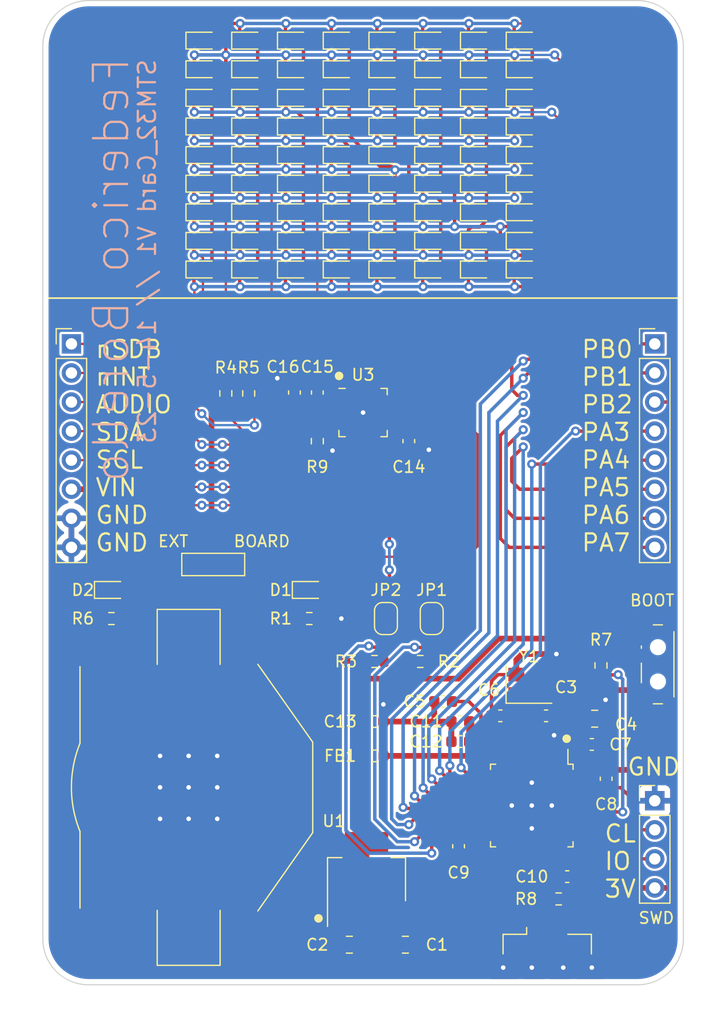
<source format=kicad_pcb>
(kicad_pcb (version 20221018) (generator pcbnew)
  (layers (0 "F.Cu" signal) (31 "B.Cu" power) (34 "B.Paste" user) (35 "F.Paste" user) (36 "B.SilkS" user "B.Silkscreen") (37 "F.SilkS" user "F.Silkscreen") (38 "B.Mask" user) (39 "F.Mask" user) (44 "Edge.Cuts" user))
  (net 0 "")
  (net 1 "GND")
  (net 2 "VBUS")
  (net 3 "/STM32_M3/HSE_IN")
  (net 4 "+3V3")
  (net 5 "/STM32_M3/NSRST")
  (net 6 "/STM32_M3/HSE_OUT")
  (net 7 "+3.3VA")
  (net 8 "Net-(U3-C_FILT)")
  (net 9 "+3.3VP")
  (net 10 "/AMS_LEDK")
  (net 11 "/IS31FL3731/CA1")
  (net 12 "/IS31FL3731/CA2")
  (net 13 "/IS31FL3731/CA3")
  (net 14 "/IS31FL3731/CA4")
  (net 15 "/IS31FL3731/CA5")
  (net 16 "/IS31FL3731/CA6")
  (net 17 "/IS31FL3731/CA7")
  (net 18 "/IS31FL3731/CA8")
  (net 19 "/IS31FL3731/CA9")
  (net 20 "/PA3")
  (net 21 "/PA4")
  (net 22 "/PA5")
  (net 23 "/PA6")
  (net 24 "/PA7")
  (net 25 "/SDA_IS31")
  (net 26 "/SCL_IS31")
  (net 27 "/nSDB_IS31")
  (net 28 "/nINTB_IS31")
  (net 29 "/AUD_IS31")
  (net 30 "/STM32_M3/J_BOOT0")
  (net 31 "/STM32_M3/SWCLK")
  (net 32 "/STM32_M3/SWDIO")
  (net 33 "/STM32_M3/SCL2")
  (net 34 "/STM32_M3/SDA2")
  (net 35 "/D+")
  (net 36 "/D-")
  (net 37 "/STM32_M3/BOOT0")
  (net 38 "Net-(U3-R_EXT)")
  (net 66 "VDD")
  (net 67 "/EXT_LEDK")
  (net 69 "/PB0")
  (net 70 "/PB1")
  (net 71 "/PB2")
  (footprint "LED_SMD:LED_0603_1608Metric" (layer "F.Cu") (at 152.5 90)
    (fp_text reference "D38" hide)
    (fp_text value "LED (RED)")
  )
  (footprint "LED_SMD:LED_0603_1608Metric" (layer "F.Cu") (at 156.5 85)
    (fp_text reference "D45" hide)
    (fp_text value "LED (RED)")
  )
  (footprint "LED_SMD:LED_0603_1608Metric" (layer "F.Cu") (at 168.5 70)
    (fp_text reference "D66" hide)
    (fp_text value "LED (RED)")
  )
  (footprint "Resistor_SMD:R_0603_1608Metric" (layer "F.Cu") (at 155.5 124.25)
    (fp_text reference "R3")
    (fp_text value "1k5")
  )
  (footprint "Connector_USB:USB_Micro-B_Amphenol_10104110_Horizontal" (layer "F.Cu") (at 170.6 149.75)
    (fp_text reference "J2" hide)
    (fp_text value "USB_B_Micro")
  )
  (footprint "Connector_PinHeader_2.54mm:PinHeader_1x04_P2.54mm_Vertical" (layer "F.Cu") (at 180 136.42)
    (fp_text reference "J4" hide)
    (fp_text value "Conn_01x04_Pin")
  )
  (footprint "LED_SMD:LED_0603_1608Metric" (layer "F.Cu") (at 140.5 70)
    (fp_text reference "D3" hide)
    (fp_text value "LED (RED)")
  )
  (footprint "LED_SMD:LED_0603_1608Metric" (layer "F.Cu") (at 164.5 70)
    (fp_text reference "D57" hide)
    (fp_text value "LED (RED)")
  )
  (footprint "LED_SMD:LED_0603_1608Metric" (layer "F.Cu") (at 160.5 72.5)
    (fp_text reference "D49" hide)
    (fp_text value "LED (RED)")
  )
  (footprint "Resistor_SMD:R_0603_1608Metric" (layer "F.Cu") (at 175.3 124.6 -90)
    (fp_text reference "R7")
    (fp_text value "18k")
  )
  (footprint "LED_SMD:LED_0603_1608Metric" (layer "F.Cu") (at 148.5 82.5)
    (fp_text reference "D26" hide)
    (fp_text value "LED (RED)")
  )
  (footprint "LED_SMD:LED_0603_1608Metric" (layer "F.Cu") (at 140.5 75)
    (fp_text reference "D5" hide)
    (fp_text value "LED (RED)")
  )
  (footprint "LED_SMD:LED_0603_1608Metric" (layer "F.Cu") (at 156.5 70)
    (fp_text reference "D39" hide)
    (fp_text value "LED (RED)")
  )
  (footprint "LED_SMD:LED_0603_1608Metric" (layer "F.Cu") (at 164.5 77.5)
    (fp_text reference "D60" hide)
    (fp_text value "LED (RED)")
  )
  (footprint "Package_DFN_QFN:QFN-28-1EP_4x4mm_P0.4mm_EP2.3x2.3mm" (layer "F.Cu") (at 154.5 102.5)
    (fp_text reference "U3")
    (fp_text value "IS31FL3731-QF")
  )
  (footprint "Inductor_SMD:L_0603_1608Metric" (layer "F.Cu") (at 155.5 132.5 180)
    (fp_text reference "FB1")
    (fp_text value "120R")
  )
  (footprint "Capacitor_SMD:C_0805_2012Metric" (layer "F.Cu") (at 153.3 149 180)
    (fp_text reference "C2")
    (fp_text value "22u")
  )
  (footprint "LED_SMD:LED_0603_1608Metric" (layer "F.Cu") (at 144.5 77.5)
    (fp_text reference "D15" hide)
    (fp_text value "LED (RED)")
  )
  (footprint "LED_SMD:LED_0603_1608Metric" (layer "F.Cu") (at 168.5 72.5)
    (fp_text reference "D67" hide)
    (fp_text value "LED (RED)")
  )
  (footprint "LED_SMD:LED_0603_1608Metric" (layer "F.Cu") (at 160.5 90)
    (fp_text reference "D56" hide)
    (fp_text value "LED (RED)")
  )
  (footprint "LED_SMD:LED_0603_1608Metric" (layer "F.Cu") (at 160.5 87.5)
    (fp_text reference "D55" hide)
    (fp_text value "LED (RED)")
  )
  (footprint "LED_SMD:LED_0603_1608Metric" (layer "F.Cu") (at 148.5 90)
    (fp_text reference "D29" hide)
    (fp_text value "LED (RED)")
  )
  (footprint "Resistor_SMD:R_0603_1608Metric" (layer "F.Cu") (at 142.5 100.825 -90)
    (fp_text reference "R4")
    (fp_text value "18k")
  )
  (footprint "LED_SMD:LED_0603_1608Metric" (layer "F.Cu") (at 156.5 87.5)
    (fp_text reference "D46" hide)
    (fp_text value "LED (RED)")
  )
  (footprint "Capacitor_SMD:C_0603_1608Metric" (layer "F.Cu") (at 170.5 129)
    (fp_text reference "C3")
    (fp_text value "10p")
  )
  (footprint "LED_SMD:LED_0603_1608Metric" (layer "F.Cu") (at 144.5 82.5)
    (fp_text reference "D17" hide)
    (fp_text value "LED (RED)")
  )
  (footprint "Capacitor_SMD:C_0603_1608Metric" (layer "F.Cu") (at 166.5 129 180)
    (fp_text reference "C6")
    (fp_text value "10p")
  )
  (footprint "Resistor_SMD:R_0603_1608Metric" (layer "F.Cu") (at 159.5 124.25)
    (fp_text reference "R2")
    (fp_text value "1k5")
  )
  (footprint "LED_SMD:LED_0603_1608Metric" (layer "F.Cu") (at 156.5 75)
    (fp_text reference "D41" hide)
    (fp_text value "LED (RED)")
  )
  (footprint "LED_SMD:LED_0603_1608Metric" (layer "F.Cu") (at 144.5 85)
    (fp_text reference "D18" hide)
    (fp_text value "LED (RED)")
  )
  (footprint "LED_SMD:LED_0603_1608Metric" (layer "F.Cu") (at 168.5 87.5)
    (fp_text reference "D73" hide)
    (fp_text value "LED (RED)")
  )
  (footprint "LED_SMD:LED_0603_1608Metric" (layer "F.Cu") (at 140.5 77.5)
    (fp_text reference "D6" hide)
    (fp_text value "LED (RED)")
  )
  (footprint "LED_SMD:LED_0603_1608Metric" (layer "F.Cu") (at 168.5 82.5)
    (fp_text reference "D71" hide)
    (fp_text value "LED (RED)")
  )
  (footprint "LED_SMD:LED_0603_1608Metric" (layer "F.Cu") (at 140.5 90)
    (fp_text reference "D11" hide)
    (fp_text value "LED (RED)")
  )
  (footprint "LED_SMD:LED_0603_1608Metric" (layer "F.Cu") (at 148.5 85)
    (fp_text reference "D27" hide)
    (fp_text value "LED (RED)")
  )
  (footprint "LED_SMD:LED_0603_1608Metric" (layer "F.Cu") (at 156.5 72.5)
    (fp_text reference "D40" hide)
    (fp_text value "LED (RED)")
  )
  (footprint "Crystal:Crystal_SMD_3225-4Pin_3.2x2.5mm" (layer "F.Cu") (at 169 126.25)
    (fp_text reference "Y1")
    (fp_text value "16MHz 10pF")
  )
  (footprint "Capacitor_SMD:C_0603_1608Metric" (layer "F.Cu") (at 150.5 100.75 90)
    (fp_text reference "C15")
    (fp_text value "100n")
  )
  (footprint "Resistor_SMD:R_0603_1608Metric" (layer "F.Cu") (at 144.5 100.825 -90)
    (fp_text reference "R5")
    (fp_text value "18k")
  )
  (footprint "LED_SMD:LED_0603_1608Metric" (layer "F.Cu") (at 164.5 90)
    (fp_text reference "D65" hide)
    (fp_text value "LED (RED)")
  )
  (footprint "LED_SMD:LED_0603_1608Metric" (layer "F.Cu") (at 148.5 75)
    (fp_text reference "D23" hide)
    (fp_text value "LED (RED)")
  )
  (footprint "Capacitor_SMD:C_0603_1608Metric" (layer "F.Cu") (at 163 129.5 180)
    (fp_text reference "C11")
    (fp_text value "10n")
  )
  (footprint "LED_SMD:LED_0603_1608Metric" (layer "F.Cu") (at 156.5 82.5)
    (fp_text reference "D44" hide)
    (fp_text value "LED (RED)")
  )
  (footprint "LED_SMD:LED_0603_1608Metric" (layer "F.Cu") (at 164.5 85)
    (fp_text reference "D63" hide)
    (fp_text value "LED (RED)")
  )
  (footprint "LED_SMD:LED_0603_1608Metric" (layer "F.Cu") (at 148.5 87.5)
    (fp_text reference "D28" hide)
    (fp_text value "LED (RED)")
  )
  (footprint "Capacitor_SMD:C_0603_1608Metric" (layer "F.Cu") (at 158.5 105 -90)
    (fp_text reference "C14")
    (fp_text value "100n")
  )
  (footprint "LED_SMD:LED_0603_1608Metric" (layer "F.Cu") (at 152.5 80)
    (fp_text reference "D34" hide)
    (fp_text value "LED (RED)")
  )
  (footprint "LED_SMD:LED_0603_1608Metric" (layer "F.Cu") (at 149.8 118)
    (fp_text reference "D1")
    (fp_text value "LED (RED)")
  )
  (footprint "Capacitor_SMD:C_0805_2012Metric" (layer "F.Cu") (at 174.75 129.25)
    (fp_text reference "C4")
    (fp_text value "10u")
  )
  (footprint "Capacitor_SMD:C_0603_1608Metric" (layer "F.Cu") (at 175.75 134.5 -90)
    (fp_text reference "C8")
    (fp_text value "100n")
  )
  (footprint "LED_SMD:LED_0603_1608Metric" (layer "F.Cu") (at 164.5 72.5)
    (fp_text reference "D58" hide)
    (fp_text value "LED (RED)")
  )
  (footprint "Capacitor_SMD:C_0603_1608Metric" (layer "F.Cu") (at 163 131.25 180)
    (fp_text reference "C12")
    (fp_text value "1u")
  )
  (footprint "Button_Switch_SMD:SW_SPDT_PCM12" (layer "F.Cu") (at 179.95 124.5 90)
    (fp_text reference "SW1" hide)
    (fp_text value "SW_SPDT")
  )
  (footprint "LED_SMD:LED_0603_1608Metric" (layer "F.Cu") (at 140.5 82.5)
    (fp_text reference "D8" hide)
    (fp_text value "LED (RED)")
  )
  (footprint "LED_SMD:LED_0603_1608Metric" (layer "F.Cu") (at 144.5 75)
    (fp_text reference "D14" hide)
    (fp_text value "LED (RED)")
  )
  (footprint "LED_SMD:LED_0603_1608Metric" (layer "F.Cu") (at 140.5 80)
    (fp_text reference "D7" hide)
    (fp_text value "LED (RED)")
  )
  (footprint "LED_SMD:LED_0603_1608Metric" (layer "F.Cu") (at 148.5 80)
    (fp_text reference "D25" hide)
    (fp_text value "LED (RED)")
  )
  (footprint "LED_SMD:LED_0603_1608Metric" (layer "F.Cu") (at 164.5 87.5)
    (fp_text reference "D64" hide)
    (fp_text value "LED (RED)")
  )
  (footprint "Fiducial:Fiducial_0.75mm_Mask1.5mm" (layer "F.Cu") (at 130 70)
    (fp_text reference "FID1" hide)
    (fp_text value "Fiducial")
  )
  (footprint "LED_SMD:LED_0603_1608Metric" (layer "F.Cu") (at 164.5 82.5)
    (fp_text reference "D62" hide)
    (fp_text value "LED (RED)")
  )
  (footprint "LED_SMD:LED_0603_1608Metric" (layer "F.Cu") (at 140.5 72.5)
    (fp_text reference "D4" hide)
    (fp_text value "LED (RED)")
  )
  (footprint "Package_QFP:LQFP-48_7x7mm_P0.5mm" (layer "F.Cu") (at 169.25 136.8375 -90)
    (fp_text reference "U2" hide)
    (fp_text value "STM32F103C8T6")
  )
  (footprint "Capacitor_SMD:C_0805_2012Metric" (layer "F.Cu") (at 158.2 149)
    (fp_text reference "C1")
    (fp_text value "22u")
  )
  (footprint "LED_SMD:LED_0603_1608Metric" (layer "F.Cu") (at 160.5 82.5)
    (fp_text reference "D53" hide)
    (fp_text value "LED (RED)")
  )
  (footprint "LED_SMD:LED_0603_1608Metric" (layer "F.Cu") (at 152.5 82.5)
    (fp_text reference "D35" hide)
    (fp_text value "LED (RED)")
  )
  (footprint "LED_SMD:LED_0603_1608Metric" (layer "F.Cu") (at 144.5 80)
    (fp_text reference "D16" hide)
    (fp_text value "LED (RED)")
  )
  (footprint "Capacitor_SMD:C_0603_1608Metric" (layer "F.Cu") (at 155.5 129.5)
    (fp_text reference "C13")
    (fp_text value "1u")
  )
  (footprint "Resistor_SMD:R_0603_1608Metric" (layer "F.Cu") (at 171.6 145 180)
    (fp_text reference "R8")
    (fp_text value "1k5")
  )
  (footprint "Capacitor_SMD:C_0603_1608Metric" (layer "F.Cu") (at 172.35 143.05 180)
    (fp_text reference "C10")
    (fp_text value "100n")
  )
  (footprint "LED_SMD:LED_0603_1608Metric" (layer "F.Cu") (at 160.5 77.5)
    (fp_text reference "D51" hide)
    (fp_text value "LED (RED)")
  )
  (footprint "Package_TO_SOT_SMD:SOT-223-3_TabPin2" (layer "F.Cu") (at 154.8 143.3 90)
    (fp_text reference "U1")
    (fp_text value "AMS1117-3.3")
  )
  (footprint "LED_SMD:LED_0603_1608Metric" (layer "F.Cu") (at 148.5 70)
    (fp_text reference "D21" hide)
    (fp_text value "LED (RED)")
  )
  (footprint "LED_SMD:LED_0603_1608Metric" (layer "F.Cu") (at 160.5 70)
    (fp_text reference "D48" hide)
    (fp_text value "LED (RED)")
  )
  (footprint "Capacitor_SMD:C_0603_1608Metric" (layer "F.Cu") (at 162.85 140.4 90)
    (fp_text reference "C9")
    (fp_text value "100n")
  )
  (footprint "LED_SMD:LED_0603_1608Metric" (layer "F.Cu") (at 168.5 90)
    (fp_text reference "D74" hide)
    (fp_text value "LED (RED)")
  )
  (footprint "LED_SMD:LED_0603_1608Metric" (layer "F.Cu") (at 168.5 85)
    (fp_text reference "D72" hide)
    (fp_text value "LED (RED)")
  )
  (footprint "Capacitor_SMD:C_0603_1608Metric" (layer "F.Cu") (at 174.5 131.5)
    (fp_text reference "C7")
    (fp_text value "100n")
  )
  (footprint "Resistor_SMD:R_0603_1608Metric" (layer "F.Cu") (at 132.5 120.5)
    (fp_text reference "R6")
    (fp_text value "680R")
  )
  (footprint "Jumper:SolderJumper-3_P2.0mm_Open_TrianglePad1.0x1.5mm_NumberLabels" (layer "F.Cu") (at 141.4 115.75 180)
    (fp_text reference "JP3" hide)
    (fp_text value "SolderJumper_3_Open")
  )
  (footprint "Battery:BatteryHolder_Keystone_3002_1x2032" (layer "F.Cu") (at 139.25 135.25 90)
    (fp_text reference "BT1" hide)
    (fp_text value "Coin_Cell")
  )
  (footprint "Connector_PinHeader_2.54mm:PinHeader_1x08_P2.54mm_Vertical" (layer "F.Cu") (at 129 96.5)
    (fp_text reference "J3" hide)
    (fp_text value "Conn_01x08_Pin")
  )
  (footprint "Jumper:SolderJumper-2_P1.3mm_Open_RoundedPad1.0x1.5mm" (layer "F.Cu") (at 156.5 120.5 90)
    (fp_text reference "JP2")
    (fp_text value "SolderJumper_2_Open")
  )
  (footprint "LED_SMD:LED_0603_1608Metric" (layer "F.Cu") (at 156.5 77.5)
    (fp_text reference "D42" hide)
    (fp_text value "LED (RED)")
  )
  (footprint "Resistor_SMD:R_0603_1608Metric" (layer "F.Cu") (at 150.5 105 -90)
    (fp_text reference "R9")
    (fp_text value "18k")
  )
  (footprint "LED_SMD:LED_0603_1608Metric" (layer "F.Cu") (at 132.5 118)
    (fp_text reference "D2")
    (fp_text value "LED (RED)")
  )
  (footprint "LED_SMD:LED_0603_1608Metric" (layer "F.Cu") (at 168.5 80)
    (fp_text reference "D70" hide)
    (fp_text value "LED (RED)")
  )
  (footprint "LED_SMD:LED_0603_1608Metric" (layer "F.Cu") (at 148.5 72.5)
    (fp_text reference "D22" hide)
    (fp_text value "LED (RED)")
  )
  (footprint "Capacitor_SMD:C_0603_1608Metric" (layer "F.Cu") (at 148.5 100.75 90)
    (fp_text reference "C16")
    (fp_text value "1u")
  )
  (footprint "LED_SMD:LED_0603_1608Metric" (layer "F.Cu") (at 144.5 72.5)
    (fp_text reference "D13" hide)
    (fp_text value "LED (RED)")
  )
  (footprint "LED_SMD:LED_0603_1608Metric" (layer "F.Cu") (at 160.5 80)
    (fp_text reference "D52" hide)
    (fp_text value "LED (RED)")
  )
  (footprint "LED_SMD:LED_0603_1608Metric" (layer "F.Cu") (at 160.5 85)
    (fp_text reference "D54" hide)
    (fp_text value "LED (RED)")
  )
  (footprint "LED_SMD:LED_0603_1608Metric" (layer "F.Cu") (at 164.5 80)
    (fp_text reference "D61" hide)
    (fp_text value "LED (RED)")
  )
  (footprint "Capacitor_SMD:C_0603_1608Metric" (layer "F.Cu") (at 161.5 127.75 180)
    (fp_text reference "C5")
    (fp_text value "100n")
  )
  (footprint "Fiducial:Fiducial_0.75mm_Mask1.5mm" (layer "F.Cu") (at 179 149)
    (fp_text reference "FID2" hide)
    (fp_text value "Fiducial")
  )
  (footprint "LED_SMD:LED_0603_1608Metric" (layer "F.Cu") (at 152.5 85)
    (fp_text reference "D36" hide)
    (fp_text value "LED (RED)")
  )
  (footprint "LED_SMD:LED_0603_1608Metric" (layer "F.Cu") (at 148.5 77.5)
    (fp_text reference "D24" hide)
    (fp_text value "LED (RED)")
  )
  (footprint "LED_SMD:LED_0603_1608Metric" (layer "F.Cu") (at 144.5 90)
    (fp_text reference "D20" hide)
    (fp_text value "LED (RED)")
  )
  (footprint "LED_SMD:LED_0603_1608Metric" (layer "F.Cu") (at 140.5 85)
    (fp_text reference "D9" hide)
    (fp_text value "LED (RED)")
  )
  (footprint "LED_SMD:LED_0603_1608Metric" (layer "F.Cu") (at 156.5 80)
    (fp_text reference "D43" hide)
    (fp_text value "LED (RED)")
  )
  (footprint "LED_SMD:LED_0603_1608Metric" (layer "F.Cu") (at 168.5 77.5)
    (fp_text reference "D69" hide)
    (fp_text value "LED (RED)")
  )
  (footprint "LED_SMD:LED_0603_1608Metric" (layer "F.Cu") (at 164.5 75)
    (fp_text reference "D59" hide)
    (fp_text value "LED (RED)")
  )
  (footprint "LED_SMD:LED_0603_1608Metric" (layer "F.Cu") (at 152.5 70)
    (fp_text reference "D30" hide)
    (fp_text value "LED (RED)")
  )
  (footprint "LED_SMD:LED_0603_1608Metric" (layer "F.Cu") (at 152.5 72.5)
    (fp_text reference "D31" hide)
    (fp_text value "LED (RED)")
  )
  (footprint "LED_SMD:LED_0603_1608Metric" (layer "F.Cu") (at 160.5 75)
    (fp_text reference "D50" hide)
    (fp_text value "LED (RED)")
  )
  (footprint "LED_SMD:LED_0603_1608Metric" (layer "F.Cu") (at 144.5 87.5)
    (fp_text reference "D19" hide)
    (fp_text value "LED (RED)")
  )
  (footprint "LED_SMD:LED_0603_1608Metric" (layer "F.Cu") (at 140.5 87.5)
    (fp_text reference "D10" hide)
    (fp_text value "LED (RED)")
  )
  (footprint "LED_SMD:LED_0603_1608Metric" (layer "F.Cu") (at 152.5 87.5)
    (fp_text reference "D37" hide)
    (fp_text value "LED (RED)")
  )
  (footprint "Jumper:SolderJumper-2_P1.3mm_Open_RoundedPad1.0x1.5mm" (layer "F.Cu") (at 160.5 120.5 90)
    (fp_text reference "JP1")
    (fp_text value "SolderJumper_2_Open")
  )
  (footprint "LED_SMD:LED_0603_1608Metric" (layer "F.Cu") (at 168.5 75)
    (fp_text reference "D68" hide)
    (fp_text value "LED (RED)")
  )
  (footprint "LED_SMD:LED_0603_1608Metric" (layer "F.Cu") (at 152.5 77.5)
    (fp_text reference "D33" hide)
    (fp_text value "LED (RED)")
  )
  (footprint "LED_SMD:LED_0603_1608Metric" (layer "F.Cu") (at 156.5 90)
    (fp_text reference "D47" hide)
    (fp_text value "LED (RED)")
  )
  (footprint "Connector_PinHeader_2.54mm:PinHeader_1x08_P2.54mm_Vertical" (layer "F.Cu") (at 180 96.5)
    (fp_text reference "J1" hide)
    (fp_text value "Conn_01x08_Pin")
  )
  (footprint "LED_SMD:LED_0603_1608Metric" (layer "F.Cu") (at 144.5 70)
    (fp_text reference "D12" hide)
    (fp_text value "LED (RED)")
  )
  (footprint "Resistor_SMD:R_0603_1608Metric" (layer "F.Cu") (at 149.8 120.5 180)
    (fp_text reference "R1")
    (fp_text value "680R")
  )
  (footprint "LED_SMD:LED_0603_1608Metric" (layer "F.Cu") (at 152.5 75)
    (fp_text reference "D32" hide)
    (fp_text value "LED (RED)")
  )
  (gr_circle (center 152.4 99.3) (end 152.7 99.3) (stroke (width 0.15)) (fill solid) (layer "F.SilkS"))
  (gr_line (start 154.5 92.5) (end 182 92.5) (stroke (width 0.15)) (layer "F.SilkS"))
  (gr_circle (center 172.3 131) (end 172.6 131) (stroke (width 0.15)) (fill solid) (layer "F.SilkS"))
  (gr_line (start 154.5 92.5) (end 127 92.5) (stroke (width 0.15)) (layer "F.SilkS"))
  (gr_circle (center 150.6 146.7) (end 150.9 146.7) (stroke (width 0.15)) (fill solid) (layer "F.SilkS"))
  (gr_arc (start 126.500001 70.500001) (mid 127.671573 67.671574) (end 130.5 66.500001) (stroke (width 0.1)) (layer "Edge.Cuts"))
  (gr_arc (start 182.499999 148.5) (mid 181.328427 151.328427) (end 178.5 152.5) (stroke (width 0.1)) (layer "Edge.Cuts"))
  (gr_line (start 126.5 70.5) (end 126.5 148.5) (stroke (width 0.1)) (layer "Edge.Cuts"))
  (gr_line (start 130.5 152.5) (end 178.5 152.5) (stroke (width 0.1)) (layer "Edge.Cuts"))
  (gr_line (start 182.5 70.5) (end 182.5 148.5) (stroke (width 0.1)) (layer "Edge.Cuts"))
  (gr_arc (start 130.500001 152.499999) (mid 127.671574 151.328427) (end 126.500001 148.5) (stroke (width 0.1)) (layer "Edge.Cuts"))
  (gr_arc (start 178.499999 66.500001) (mid 181.328426 67.671573) (end 182.499999 70.5) (stroke (width 0.1)) (layer "Edge.Cuts"))
  (gr_line (start 130.5 66.5) (end 178.5 66.5) (stroke (width 0.1)) (layer "Edge.Cuts"))
  (gr_text "Federico Borello" (at 134.25 71.25 90) (layer "B.SilkS") (effects (font (size 3 3) (thickness 0.2)) (justify left bottom mirror)))
  (gr_text "STM32_Card V1 // 14-5-23\n" (at 136.5 71.5 90) (layer "B.SilkS") (effects (font (size 1.5 1.5) (thickness 0.2)) (justify left bottom mirror)))
  (gr_text "nSDB\nnINT\nAUDIO\nSDA\nSCL\nVIN\nGND\nGND" (at 131 114.75) (layer "F.SilkS") (effects (font (size 1.5 1.5) (thickness 0.2)) (justify left bottom)))
  (gr_text "PB0\nPB1\nPB2\nPA3\nPA4\nPA5\nPA6\nPA7\n" (at 173.5 114.75) (layer "F.SilkS") (effects (font (size 1.5 1.5) (thickness 0.2)) (justify left bottom)))
  (gr_text "BOOT\n" (at 177.75 119.5) (layer "F.SilkS") (effects (font (size 1 1)) (justify left bottom)))
  (gr_text "\nCL\nIO\n3V\n" (at 175.5 145) (layer "F.SilkS") (effects (font (size 1.5 1.5) (thickness 0.2)) (justify left bottom)))
  (gr_text "SWD" (at 178.5 147.25) (layer "F.SilkS") (effects (font (size 1 1)) (justify left bottom)))
  (gr_text "GND\n\n" (at 177.5 136.75) (layer "F.SilkS") (effects (font (size 1.5 1.5) (thickness 0.2)) (justify left bottom)))
  (segment (start 131.675 120.5) (end 129.9 120.5) (width 0.3) (layer "F.Cu") (net 1))
  (segment (start 162.225 129.5) (end 162.225 131.25) (width 0.5) (layer "F.Cu") (net 1))
  (segment (start 171.5 141) (end 171.5 142.107) (width 0.3) (layer "F.Cu") (net 1))
  (segment (start 165.087 139.088) (end 165.0875 139.0875) (width 0.3) (layer "F.Cu") (net 1))
  (segment (start 169.299998 151.05) (end 169.249999 151.000001) (width 0.3) (layer "F.Cu") (net 1))
  (segment (start 173.4125 134.5875) (end 172.5125 134.5875) (width 0.3) (layer "F.Cu") (net 1))
  (segment (start 170.1 127.1) (end 171.6 127.1) (width 0.3) (layer "F.Cu") (net 1))
  (segment (start 168.4 123.6) (end 171.4 123.6) (width 0.5) (layer "F.Cu") (net 1))
  (segment (start 171.275 128.025) (end 171.275 129) (width 0.3) (layer "F.Cu") (net 1))
  (segment (start 171.75 151.05) (end 169.45 151.05) (width 0.3) (layer "F.Cu") (net 1))
  (segment (start 175.7 127.2) (end 176.15 126.75) (width 0.5) (layer "F.Cu") (net 1))
  (segment (start 160.75 129.5) (end 156.275 129.5) (width 0.5) (layer "F.Cu") (net 1))
  (segment (start 176.15 126.75) (end 178.52 126.75) (width 0.5) (layer "F.Cu") (net 1))
  (segment (start 171.9 148.2) (end 171.9 150.9) (width 0.3) (layer "F.Cu") (net 1))
  (segment (start 129 119.6) (end 129 114.28) (width 0.3) (layer "F.Cu") (net 1))
  (segment (start 175.7 129.25) (end 175.7 127.6) (width 0.5) (layer "F.Cu") (net 1))
  (segment (start 160.725 129.475) (end 160.75 129.5) (width 0.5) (layer "F.Cu") (net 1))
  (segment (start 171.9 150.9) (end 171.75 151.05) (width 0.3) (layer "F.Cu") (net 1))
  (segment (start 156.275 128) (end 156.275 129.5) (width 0.5) (layer "F.Cu") (net 1))
  (segment (start 171.9 148.2) (end 171.9 145.75) (width 0.3) (layer "F.Cu") (net 1))
  (segment (start 172.1 135) (end 170.5 135) (width 0.3) (layer "F.Cu") (net 1))
  (segment (start 153.15 151.05) (end 152.35 150.25) (width 0.5) (layer "F.Cu") (net 1))
  (segment (start 175.274998 135.275) (end 175.75 135.275) (width 0.3) (layer "F.Cu") (net 1))
  (segment (start 174.499999 151.000001) (end 174.4 151.05) (width 0.3) (layer "F.Cu") (net 1))
  (segment (start 169.45 151.05) (end 169.299998 151.05) (width 0.3) (layer "F.Cu") (net 1))
  (segment (start 169.2 151.05) (end 166.9 151.05) (width 0.3) (layer "F.Cu") (net 1))
  (segment (start 175.275 130.525) (end 175.275 131.5) (width 0.5) (layer "F.Cu") (net 1))
  (segment (start 152.5 148.85) (end 152.5 146.45) (width 0.5) (layer "F.Cu") (net 1))
  (segment (start 166.799998 151.05) (end 166.8 151.05) (width 0.5) (layer "F.Cu") (net 1))
  (segment (start 171.5 142.107) (end 171.575 142.182) (width 0.3) (layer "F.Cu") (net 1))
  (segment (start 171.7 127.2) (end 171.7 127.6) (width 0.3) (layer "F.Cu") (net 1))
  (segment (start 159.15 149) (end 159.15 150.05) (width 0.5) (layer "F.Cu") (net 1))
  (segment (start 174.587498 134.5875) (end 175.274998 135.275) (width 0.3) (layer "F.Cu") (net 1))
  (segment (start 171.999999 151.000001) (end 172.049998 151.05) (width 0.3) (layer "F.Cu") (net 1))
  (segment (start 174.4 151.05) (end 174.35 151.05) (width 0.3) (layer "F.Cu") (net 1))
  (segment (start 166.3 125.4) (end 165.725 125.975) (width 0.3) (layer "F.Cu") (net 1))
  (segment (start 172.049998 151.05) (end 174.3 151.05) (width 0.3) (layer "F.Cu") (net 1))
  (segment (start 175.75 135.275) (end 177.025 135.275) (width 0.3) (layer "F.Cu") (net 1))
  (segment (start 162.225 129.5) (end 160.75 129.5) (width 0.5) (layer "F.Cu") (net 1))
  (segment (start 152.5625 102.9) (end 154.1 102.9) (width 0.2) (layer "F.Cu") (net 1))
  (segment (start 159.15 150.05) (end 160.15 151.05) (width 0.5) (layer "F.Cu") (net 1))
  (segment (start 166.7 151.05) (end 166.749999 151.000001) (width 0.5) (layer "F.Cu") (net 1))
  (segment (start 173.4125 134.5875) (end 174.587498 134.5875) (width 0.3) (layer "F.Cu") (net 1))
  (segment (start 171.6 127.1) (end 171.7 127.2) (width 0.3) (layer "F.Cu") (net 1))
  (segment (start 129 111.74) (end 129 114.28) (width 0.5) (layer "F.Cu") (net 1))
  (segment (start 165.0875 139.0875) (end 167.7125 139.0875) (width 0.3) (layer "F.Cu") (net 1))
  (segment (start 156.4375 102.5) (end 154.5 102.5) (width 0.2) (layer "F.Cu") (net 1))
  (segment (start 150.5 99.975) (end 148.5 99.975) (width 0.5) (layer "F.Cu") (net 1))
  (segment (start 163.912 139.088) (end 163.375 139.625) (width 0.3) (layer "F.Cu") (net 1))
  (segment (start 171.575 145.425) (end 171.575 143.05) (width 0.3) (layer "F.Cu") (net 1))
  (segment (start 152.6 120.5) (end 150.625 120.5) (width 0.2) (layer "F.Cu") (net 1))
  (segment (start 152.35 150.25) (end 152.35 149) (width 0.5) (layer "F.Cu") (net 1))
  (segment (start 175.7 127.6) (end 175.7 127.2) (width 0.5) (layer "F.Cu") (net 1))
  (segment (start 147.475 99.975) (end 147 99.5) (width 0.5) (layer "F.Cu") (net 1))
  (segment (start 160.15 151.05) (end 153.15 151.05) (width 0.5) (layer "F.Cu") (net 1))
  (segment (start 178.17 136.42) (end 180 136.42) (width 0.3) (layer "F.Cu") (net 1))
  (segment (start 148.5 99.975) (end 147.475 99.975) (width 0.5) (layer "F.Cu") (net 1))
  (segment (start 171.7 127.6) (end 171.275 128.025) (width 0.3) (layer "F.Cu") (net 1))
  (segment (start 167.7125 139.0875) (end 168.1 138.7) (width 0.3) (layer "F.Cu") (net 1))
  (segment (start 175.7 129.25) (end 175.7 130.1) (width 0.5) (layer "F.Cu") (net 1))
  (segment (start 168.5 134.7) (end 168.6375 134.8375) (width 0.3) (layer "F.Cu") (net 1))
  (segment (start 171.9 145.75) (end 171.575 145.425) (width 0.3) (layer "F.Cu") (net 1))
  (segment (start 172.5125 134.5875) (end 172.1 135) (width 0.3) (layer "F.Cu") (net 1))
  (segment (start 171.95 151.05) (end 171.999999 151.000001) (width 0.3) (layer "F.Cu") (net 1))
  (segment (start 152.35 149) (end 152.5 148.85) (width 0.5) (layer "F.Cu") (net 1))
  (segment (start 171.275 129) (end 171.275 130.625) (width 0.5) (layer "F.Cu") (net 1))
  (segment (start 171.275 130.625) (end 171.2 130.7) (width 0.5) (layer "F.Cu") (net 1))
  (segment (start 163.912 139.088) (end 165.087 139.088) (width 0.3) (layer "F.Cu") (net 1))
  (segment (start 168.5 132.675) (end 168.5 134.7) (width 0.3) (layer "F.Cu") (net 1))
  (segment (start 160.225 105.775) (end 158.5 105.775) (width 0.5) (layer "F.Cu") (net 1))
  (segment (start 166.8 151.05) (end 166.85 151.05) (width 0.3) (layer "F.Cu") (net 1))
  (segment (start 163.375 139.625) (end 162.85 139.625) (width 0.3) (layer "F.Cu") (net 1))
  (segment (start 167.9 125.4) (end 166.3 125.4) (width 0.3) (layer "F.Cu") (net 1))
  (segment (start 175.7 130.1) (end 175.275 130.525) (width 0.5) (layer "F.Cu") (net 1))
  (segment (start 169.249999 151.000001) (end 169.2 151.05) (width 0.3) (layer "F.Cu") (net 1))
  (segment (start 165.725 125.975) (end 165.725 129) (width 0.3) (layer "F.Cu") (net 1))
  (segment (start 168.6375 134.8375) (end 169.25 134.8375) (width 0.3) (layer "F.Cu") (net 1))
  (segment (start 167.9 125.4) (end 167.9 124.1) (width 0.5) (layer "F.Cu") (net 1))
  (segment (start 177.025 135.275) (end 178.17 136.42) (width 0.3) (layer "F.Cu") (net 1))
  (segment (start 160.725 127.75) (end 160.725 129.475) (width 0.5) (layer "F.Cu") (net 1))
  (segment (start 166.8 151.05) (end 166.85 151.05) (width 0.5) (layer "F.Cu") (net 1))
  (segment (start 174.5 151) (end 174.499999 151.000001) (width 0.3) (layer "F.Cu") (net 1))
  (segment (start 166.749999 151.000001) (end 166.799998 151.05) (width 0.5) (layer "F.Cu") (net 1))
  (segment (start 160.15 151.05) (end 166.7 151.05) (width 0.5) (layer "F.Cu") (net 1))
  (segment (start 174.3 151.05) (end 174.5 151) (width 0.3) (layer "F.Cu") (net 1))
  (segment (start 151.825 105.825) (end 150.5 105.825) (width 0.5) (layer "F.Cu") (net 1))
  (segment (start 160.25 105.75) (end 160.225 105.775) (width 0.5) (layer "F.Cu") (net 1))
  (segment (start 171.75 151.05) (end 171.95 151.05) (width 0.3) (layer "F.Cu") (net 1))
  (segment (start 167.9 124.1) (end 168.4 123.6) (width 0.5) (layer "F.Cu") (net 1))
  (segment (start 129.9 120.5) (end 129 119.6) (width 0.3) (layer "F.Cu") (net 1))
  (segment (start 171.575 142.182) (end 171.575 143.05) (width 0.3) (layer "F.Cu") (net 1))
  (via (at 141.75 135.25) (size 0.8) (drill 0.4) (layers "F.Cu" "B.Cu") (net 1))
  (via (at 147 99.5) (size 0.8) (drill 0.4) (layers "F.Cu" "B.Cu") (net 1))
  (via (at 175.7 127.6) (size 0.8) (drill 0.4) (layers "F.Cu" "B.Cu") (net 1))
  (via (at 139.25 132.5) (size 0.8) (drill 0.4) (layers "F.Cu" "B.Cu") (net 1))
  (via (at 169.25 138.8375) (size 0.8) (drill 0.4) (layers "F.Cu" "B.Cu") (net 1))
  (via (at 139.25 138) (size 0.8) (drill 0.4) (layers "F.Cu" "B.Cu") (net 1))
  (via (at 169.25 134.8375) (size 0.8) (drill 0.4) (layers "F.Cu" "B.Cu") (net 1))
  (via (at 136.75 132.5) (size 0.8) (drill 0.4) (layers "F.Cu" "B.Cu") (net 1))
  (via (at 136.75 138) (size 0.8) (drill 0.4) (layers "F.Cu" "B.Cu") (net 1))
  (via (at 169.25 136.8375) (size 0.8) (drill 0.4) (layers "F.Cu" "B.Cu") (net 1))
  (via (at 160.25 105.75) (size 0.8) (drill 0.4) (layers "F.Cu" "B.Cu") (net 1))
  (via (at 171.4 123.6) (size 0.8) (drill 0.4) (layers "F.Cu" "B.Cu") (net 1))
  (via (at 136.75 135.25) (size 0.8) (drill 0.4) (layers "F.Cu" "B.Cu") (net 1))
  (via (at 167.5 136.8375) (size 0.8) (drill 0.4) (layers "F.Cu" "B.Cu") (net 1))
  (via (at 169.249999 151.000001) (size 0.8) (drill 0.4) (layers "F.Cu" "B.Cu") (net 1))
  (via (at 166.749999 151.000001) (size 0.8) (drill 0.4) (layers "F.Cu" "B.Cu") (net 1))
  (via (at 139.25 135.25) (size 0.8) (drill 0.4) (layers "F.Cu" "B.Cu") (net 1))
  (via (at 156.275 128) (size 0.8) (drill 0.4) (layers "F.Cu" "B.Cu") (net 1))
  (via (at 171.999999 151.000001) (size 0.8) (drill 0.4) (layers "F.Cu" "B.Cu") (net 1))
  (via (at 151.825 105.825) (size 0.8) (drill 0.4) (layers "F.Cu" "B.Cu") (net 1))
  (via (at 171 136.8375) (size 0.8) (drill 0.4) (layers "F.Cu" "B.Cu") (net 1))
  (via (at 141.75 132.5) (size 0.8) (drill 0.4) (layers "F.Cu" "B.Cu") (net 1))
  (via (at 154.5 102.5) (size 0.8) (drill 0.4) (layers "F.Cu" "B.Cu") (net 1))
  (via (at 152.6 120.5) (size 0.8) (drill 0.4) (layers "F.Cu" "B.Cu") (net 1))
  (via (at 141.75 138) (size 0.8) (drill 0.4) (layers "F.Cu" "B.Cu") (net 1))
  (via (at 174.499999 151.000001) (size 0.8) (drill 0.4) (layers "F.Cu" "B.Cu") (net 1))
  (via (at 171.2 130.7) (size 0.8) (drill 0.4) (layers "F.Cu" "B.Cu") (net 1))
  (segment (start 168.85 146.15) (end 157.4 146.15) (width 0.5) (layer "F.Cu") (net 2))
  (segment (start 157.25 149) (end 157.25 146.6) (width 0.5) (layer "F.Cu") (net 2))
  (segment (start 169.3 146.6) (end 168.85 146.15) (width 0.5) (layer "F.Cu") (net 2))
  (segment (start 157.25 146.6) (end 157.1 146.45) (width 0.5) (layer "F.Cu") (net 2))
  (segment (start 169.3 148.2) (end 169.3 146.6) (width 0.5) (layer "F.Cu") (net 2))
  (segment (start 157.4 146.15) (end 157.1 146.45) (width 0.5) (layer "F.Cu") (net 2))
  (segment (start 169.725 128.825) (end 169 128.1) (width 0.3) (layer "F.Cu") (net 3))
  (segment (start 169 128.1) (end 169 125.55) (width 0.3) (layer "F.Cu") (net 3))
  (segment (start 170 130.3) (end 170 132.675) (width 0.3) (layer "F.Cu") (net 3))
  (segment (start 169.15 125.4) (end 170.1 125.4) (width 0.3) (layer "F.Cu") (net 3))
  (segment (start 169.725 129) (end 169.725 130.025) (width 0.3) (layer "F.Cu") (net 3))
  (segment (start 169.725 129) (end 169.725 128.825) (width 0.3) (layer "F.Cu") (net 3))
  (segment (start 169.725 130.025) (end 170 130.3) (width 0.3) (layer "F.Cu") (net 3))
  (segment (start 169 125.55) (end 169.15 125.4) (width 0.3) (layer "F.Cu") (net 3))
  (segment (start 154.625 124.2) (end 154.675 124.25) (width 0.5) (layer "F.Cu") (net 4))
  (segment (start 154.3 146.95) (end 154.3 148.95) (width 0.5) (layer "F.Cu") (net 4))
  (segment (start 180 144.04) (end 181.26 144.04) (width 0.5) (layer "F.Cu") (net 4))
  (segment (start 145.3 116.9) (end 145.3 116.2) (width 0.5) (layer "F.Cu") (net 4))
  (segment (start 158.7 125.75) (end 162.85 125.75) (width 0.5) (layer "F.Cu") (net 4))
  (segment (start 150.4 124.2) (end 154.625 124.2) (width 0.5) (layer "F.Cu") (net 4))
  (segment (start 149.85 122.45) (end 150.2 122.8) (width 0.5) (layer "F.Cu") (net 4))
  (segment (start 172.35 142.25) (end 173 142.25) (width 0.3) (layer "F.Cu") (net 4))
  (segment (start 173.8 129.25) (end 173.8 131.425) (width 0.5) (layer "F.Cu") (net 4))
  (segment (start 172 131.75) (end 172.25 131.5) (width 0.3) (layer "F.Cu") (net 4))
  (segment (start 173.412 134.088) (end 174.662 134.088) (width 0.3) (layer "F.Cu") (net 4))
  (segment (start 172.25 131.5) (end 173.725 131.5) (width 0.3) (layer "F.Cu") (net 4))
  (segment (start 147.15 148.05) (end 139.25 148.05) (width 0.5) (layer "F.Cu") (net 4))
  (segment (start 175.025 133.725) (end 175.75 133.725) (width 0.3) (layer "F.Cu") (net 4))
  (segment (start 173.8 131.425) (end 173.725 131.5) (width 0.5) (layer "F.Cu") (net 4))
  (segment (start 150.2 145) (end 147.15 148.05) (width 0.5) (layer "F.Cu") (net 4))
  (segment (start 139.25 122.45) (end 139.25 118.85) (width 0.5) (layer "F.Cu") (net 4))
  (segment (start 144.9 118.2) (end 145.3 117.8) (width 0.5) (layer "F.Cu") (net 4))
  (segment (start 162.85 142.65) (end 162.75 142.75) (width 0.5) (layer "F.Cu") (net 4))
  (segment (start 158.7 125.75) (end 158.4 125.75) (width 0.5) (layer "F.Cu") (net 4))
  (segment (start 173.125 143.725) (end 173.125 143.05) (width 0.5) (layer "F.Cu") (net 4))
  (segment (start 154.3 148.95) (end 154.25 149) (width 0.5) (layer "F.Cu") (net 4))
  (segment (start 162.85 141.175) (end 163.325 141.175) (width 0.3) (layer "F.Cu") (net 4))
  (segment (start 158.4 125.75) (end 154.675 125.75) (width 0.5) (layer "F.Cu") (net 4))
  (segment (start 181.26 144.04) (end 181.6 143.7) (width 0.5) (layer "F.Cu") (net 4))
  (segment (start 176.3 143.05) (end 177.29 144.04) (width 0.5) (layer "F.Cu") (net 4))
  (segment (start 173.8 122.25) (end 178.52 122.25) (width 0.5) (layer "F.Cu") (net 4))
  (segment (start 174.662 134.088) (end 175.025 133.725) (width 0.3) (layer "F.Cu") (net 4))
  (segment (start 162.85 125.75) (end 166.35 122.25) (width 0.5) (layer "F.Cu") (net 4))
  (segment (start 150.1 116.7) (end 150.588 117.188) (width 0.2) (layer "F.Cu") (net 4))
  (segment (start 180.825 133.725) (end 175.75 133.725) (width 0.5) (layer "F.Cu") (net 4))
  (segment (start 154.725 132.488) (end 154.712 132.5) (width 0.5) (layer "F.Cu") (net 4))
  (segment (start 150.2 124.4) (end 150.4 124.2) (width 0.5) (layer "F.Cu") (net 4))
  (segment (start 145.3 116.2) (end 144.85 115.75) (width 0.5) (layer "F.Cu") (net 4))
  (segment (start 144.85 115.75) (end 143.4 115.75) (width 0.5) (layer "F.Cu") (net 4))
  (segment (start 158.675 124.25) (end 158.675 125.725) (width 0.5) (layer "F.Cu") (net 4))
  (segment (start 150.2 124.4) (end 150.2 140.3) (width 0.5) (layer "F.Cu") (net 4))
  (segment (start 172 141) (end 172 141.9) (width 0.3) (layer "F.Cu") (net 4))
  (segment (start 154.675 124.25) (end 154.675 125.75) (width 0.5) (layer "F.Cu") (net 4))
  (segment (start 173.8 129.25) (end 173.8 122.25) (width 0.5) (layer "F.Cu") (net 4))
  (segment (start 154.8 142.75) (end 154.8 140.15) (width 0.5) (layer "F.Cu") (net 4))
  (segment (start 164.162 139.588) (end 165.088 139.588) (width 0.3) (layer "F.Cu") (net 4))
  (segment (start 173.125 142.375) (end 173.125 143.05) (width 0.3) (layer "F.Cu") (net 4))
  (segment (start 173.725 131.5) (end 173.725 132.425) (width 0.5) (layer "F.Cu") (net 4))
  (segment (start 172 132.675) (end 172 131.75) (width 0.3) (layer "F.Cu") (net 4))
  (segment (start 154.8 146.45) (end 154.3 146.95) (width 0.5) (layer "F.Cu") (net 4))
  (segment (start 150.2 122.8) (end 150.2 124.4) (width 0.5) (layer "F.Cu") (net 4))
  (segment (start 163.8 140.7) (end 163.8 139.95) (width 0.3) (layer "F.Cu") (net 4))
  (segment (start 172.425 145) (end 172.425 144.425) (width 0.5) (layer "F.Cu") (net 4))
  (segment (start 150.588 117.188) (end 150.588 118) (width 0.2) (layer "F.Cu") (net 4))
  (segment (start 150.2 140.3) (end 150.35 140.15) (width 0.5) (layer "F.Cu") (net 4))
  (segment (start 154.725 125.8) (end 154.725 129.5) (width 0.5) (layer "F.Cu") (net 4))
  (segment (start 154.8 146.45) (end 154.8 142.75) (width 0.5) (layer "F.Cu") (net 4))
  (segment (start 175.75 132.95) (end 175.75 133.725) (width 0.5) (layer "F.Cu") (net 4))
  (segment (start 177.29 144.04) (end 180 144.04) (width 0.5) (layer "F.Cu") (net 4))
  (segment (start 163.325 141.175) (end 163.8 140.7) (width 0.3) (layer "F.Cu") (net 4))
  (segment (start 158.4 125.75) (end 158.7 125.75) (width 0.5) (layer "F.Cu") (net 4))
  (segment (start 173.125 143.05) (end 176.3 143.05) (width 0.5) (layer "F.Cu") (net 4))
  (segment (start 146.7 116.9) (end 146.9 116.7) (width 0.2) (layer "F.Cu") (net 4))
  (segment (start 172.425 144.425) (end 173.125 143.725) (width 0.5) (layer "F.Cu") (net 4))
  (segment (start 150.2 140.3) (end 150.2 145) (width 0.5) (layer "F.Cu") (net 4))
  (segment (start 145.3 117.8) (end 145.3 116.9) (width 0.5) (layer "F.Cu") (net 4))
  (segment (start 162.85 141.175) (end 162.85 142.65) (width 0.5) (layer "F.Cu") (net 4))
  (segment (start 166.35 122.25) (end 173.8 122.25) (width 0.5) (layer "F.Cu") (net 4))
  (segment (start 163.8 139.95) (end 164.162 139.588) (width 0.3) (layer "F.Cu") (net 4))
  (segment (start 154.712 140.062) (end 154.8 140.15) (width 0.5) (layer "F.Cu") (net 4))
  (segment (start 146.9 116.7) (end 150.1 116.7) (width 0.2) (layer "F.Cu") (net 4))
  (segment (start 181.6 143.7) (end 181.6 134.5) (width 0.5) (layer "F.Cu") (net 4))
  (segment (start 174 132.7) (end 175.5 132.7) (width 0.5) (layer "F.Cu") (net 4))
  (segment (start 150.35 140.15) (end 154.8 140.15) (width 0.5) (layer "F.Cu") (net 4))
  (segment (start 145.3 116.9) (end 146.7 116.9) (width 0.2) (layer "F.Cu") (net 4))
  (segment (start 154.725 129.5) (end 154.725 132.488) (width 0.5) (layer "F.Cu") (net 4))
  (segment (start 172 141.9) (end 172.35 142.25) (width 0.3) (layer "F.Cu") (net 4))
  (segment (start 162.75 142.75) (end 154.8 142.75) (width 0.5) (layer "F.Cu") (net 4))
  (segment (start 154.712 132.5) (end 154.712 140.062) (width 0.5) (layer "F.Cu") (net 4))
  (segment (start 175.5 132.7) (end 175.75 132.95) (width 0.5) (layer "F.Cu") (net 4))
  (segment (start 173 142.25) (end 173.125 142.375) (width 0.3) (layer "F.Cu") (net 4))
  (segment (start 181.6 134.5) (end 180.825 133.725) (width 0.5) (layer "F.Cu") (net 4))
  (segment (start 158.675 125.725) (end 158.7 125.75) (width 0.5) (layer "F.Cu") (net 4))
  (segment (start 139.25 122.45) (end 149.85 122.45) (width 0.5) (layer "F.Cu") (net 4))
  (segment (start 139.25 118.85) (end 139.9 118.2) (width 0.5) (layer "F.Cu") (net 4))
  (segment (start 173.725 132.425) (end 174 132.7) (width 0.5) (layer "F.Cu") (net 4))
  (segment (start 139.9 118.2) (end 144.9 118.2) (width 0.5) (layer "F.Cu") (net 4))
  (segment (start 154.675 125.75) (end 154.725 125.8) (width 0.5) (layer "F.Cu") (net 4))
  (segment (start 164.8 128.8) (end 163.75 127.75) (width 0.3) (layer "F.Cu") (net 5))
  (segment (start 165 130.1) (end 164.8 129.9) (width 0.3) (layer "F.Cu") (net 5))
  (segment (start 163.75 127.75) (end 162.275 127.75) (width 0.3) (layer "F.Cu") (net 5))
  (segment (start 169 132.675) (end 169 131.1) (width 0.3) (layer "F.Cu") (net 5))
  (segment (start 168 130.1) (end 165 130.1) (width 0.3) (layer "F.Cu") (net 5))
  (segment (start 169 131.1) (end 168 130.1) (width 0.3) (layer "F.Cu") (net 5))
  (segment (start 164.8 129.9) (end 164.8 128.8) (width 0.3) (layer "F.Cu") (net 5))
  (segment (start 167.3 128.25) (end 167.9 127.65) (width 0.3) (layer "F.Cu") (net 6))
  (segment (start 167.9 127.65) (end 167.9 127.1) (width 0.3) (layer "F.Cu") (net 6))
  (segment (start 167.275 129) (end 167.3 128.975) (width 0.3) (layer "F.Cu") (net 6))
  (segment (start 168.1 129) (end 167.275 129) (width 0.3) (layer "F.Cu") (net 6))
  (segment (start 167.3 128.975) (end 167.3 128.25) (width 0.3) (layer "F.Cu") (net 6))
  (segment (start 168.4 129.793) (end 168.4 129.3) (width 0.3) (layer "F.Cu") (net 6))
  (segment (start 168.4 129.3) (end 168.1 129) (width 0.3) (layer "F.Cu") (net 6))
  (segment (start 169.5 130.893) (end 168.4 129.793) (width 0.3) (layer "F.Cu") (net 6))
  (segment (start 169.5 132.675) (end 169.5 130.893) (width 0.3) (layer "F.Cu") (net 6))
  (segment (start 163.775 129.5) (end 163.775 131.25) (width 0.5) (layer "F.Cu") (net 7))
  (segment (start 163.512 132.5) (end 163.775 132.238) (width 0.5) (layer "F.Cu") (net 7))
  (segment (start 167.414 131.25) (end 167.25 131.25) (width 0.3) (layer "F.Cu") (net 7))
  (segment (start 156.288 132.5) (end 163.512 132.5) (width 0.5) (layer "F.Cu") (net 7))
  (segment (start 168 131.836) (end 167.414 131.25) (width 0.3) (layer "F.Cu") (net 7))
  (segment (start 168 132.675) (end 168 131.836) (width 0.3) (layer "F.Cu") (net 7))
  (segment (start 167.25 131.25) (end 163.775 131.25) (width 0.5) (layer "F.Cu") (net 7))
  (segment (start 163.775 132.238) (end 163.775 131.25) (width 0.5) (layer "F.Cu") (net 7))
  (segment (start 156.438 103.3) (end 158.3 103.3) (width 0.2) (layer "F.Cu") (net 8))
  (segment (start 158.3 103.3) (end 158.5 103.5) (width 0.2) (layer "F.Cu") (net 8))
  (segment (start 158.5 103.5) (end 158.5 104.225) (width 0.2) (layer "F.Cu") (net 8))
  (segment (start 151.525 101.525) (end 150.5 101.525) (width 0.5) (layer "F.Cu") (net 9))
  (segment (start 141.4 115.75) (end 141.25 115.6) (width 0.5) (layer "F.Cu") (net 9))
  (segment (start 142.5 100) (end 144.5 100) (width 0.5) (layer "F.Cu") (net 9))
  (segment (start 146.5 101) (end 147.025 101.525) (width 0.5) (layer "F.Cu") (net 9))
  (segment (start 141.75 100) (end 142.5 100) (width 0.5) (layer "F.Cu") (net 9))
  (segment (start 141.25 100.5) (end 141.75 100) (width 0.5) (layer "F.Cu") (net 9))
  (segment (start 146.5 100.5) (end 146.5 101) (width 0.5) (layer "F.Cu") (net 9))
  (segment (start 144.5 100) (end 146 100) (width 0.5) (layer "F.Cu") (net 9))
  (segment (start 147.025 101.525) (end 148.5 101.525) (width 0.5) (layer "F.Cu") (net 9))
  (segment (start 146 100) (end 146.5 100.5) (width 0.5) (layer "F.Cu") (net 9))
  (segment (start 151.525 101.525) (end 152 101.7) (width 0.2) (layer "F.Cu") (net 9))
  (segment (start 141.25 115.6) (end 141.25 100.5) (width 0.5) (layer "F.Cu") (net 9))
  (segment (start 150.5 101.525) (end 148.5 101.525) (width 0.5) (layer "F.Cu") (net 9))
  (segment (start 152 101.7) (end 152.562 101.7) (width 0.2) (layer "F.Cu") (net 9))
  (segment (start 149.012 118) (end 149.012 120.462) (width 0.2) (layer "F.Cu") (net 10))
  (segment (start 149.012 120.462) (end 148.975 120.5) (width 0.2) (layer "F.Cu") (net 10))
  (segment (start 138.25 70.25) (end 138.5 70) (width 0.3) (layer "F.Cu") (net 11))
  (segment (start 141.288 73.5) (end 141.288 72.5) (width 0.3) (layer "F.Cu") (net 11))
  (segment (start 163.712 68.5375) (end 163.712 70) (width 0.3) (layer "F.Cu") (net 11))
  (segment (start 143.75 68.5) (end 143.712 68.5375) (width 0.3) (layer "F.Cu") (net 11))
  (segment (start 147.712 68.5375) (end 147.712 70) (width 0.3) (layer "F.Cu") (net 11))
  (segment (start 165.5 95.5) (end 172.75 95.5) (width 0.2) (layer "F.Cu") (net 11))
  (segment (start 172.75 95.5) (end 176.25 92) (width 0.2) (layer "F.Cu") (net 11))
  (segment (start 163.75 68.5) (end 163.712 68.5375) (width 0.3) (layer "F.Cu") (net 11))
  (segment (start 139.712 70) (end 139.712 69.0375) (width 0.3) (layer "F.Cu") (net 11))
  (segment (start 159.7 101.3) (end 165.5 95.5) (width 0.2) (layer "F.Cu") (net 11))
  (segment (start 176.25 70.25) (end 174.5 68.5) (width 0.2) (layer "F.Cu") (net 11))
  (segment (start 167.75 68.5) (end 167.712 68.5375) (width 0.3) (layer "F.Cu") (net 11))
  (segment (start 143.712 68.5375) (end 143.712 70) (width 0.3) (layer "F.Cu") (net 11))
  (segment (start 159.75 68.5) (end 159.712 68.5375) (width 0.3) (layer "F.Cu") (net 11))
  (segment (start 138.5 73.5) (end 138.25 73.25) (width 0.3) (layer "F.Cu") (net 11))
  (segment (start 138.5 70) (end 139.712 70) (width 0.3) (layer "F.Cu") (net 11))
  (segment (start 138.25 73.25) (end 138.25 70.25) (width 0.3) (layer "F.Cu") (net 11))
  (segment (start 176.25 92) (end 176.25 70.25) (width 0.2) (layer "F.Cu") (net 11))
  (segment (start 139.712 69.0375) (end 140.25 68.5) (width 0.3) (layer "F.Cu") (net 11))
  (segment (start 141.288 73.5) (end 138.5 73.5) (width 0.3) (layer "F.Cu") (net 11))
  (segment (start 174.5 68.5) (end 167.75 68.5) (width 0.2) (layer "F.Cu") (net 11))
  (segment (start 141.288 90) (end 141.288 73.5) (width 0.3) (layer "F.Cu") (net 11))
  (segment (start 155.712 68.5375) (end 155.712 70) (width 0.3) (layer "F.Cu") (net 11))
  (segment (start 155.75 68.5) (end 155.712 68.5375) (width 0.3) (layer "F.Cu") (net 11))
  (segment (start 151.712 68.5375) (end 151.712 70) (width 0.3) (layer "F.Cu") (net 11))
  (segment (start 151.75 68.5) (end 151.712 68.5375) (width 0.3) (layer "F.Cu") (net 11))
  (segment (start 140.25 68.5) (end 143.75 68.5) (width 0.3) (layer "F.Cu") (net 11))
  (segment (start 167.712 68.5375) (end 167.712 70) (width 0.3) (layer "F.Cu") (net 11))
  (segment (start 147.75 68.5) (end 147.712 68.5375) (width 0.3) (layer "F.Cu") (net 11))
  (segment (start 156.438 101.3) (end 159.7 101.3) (width 0.2) (layer "F.Cu") (net 11))
  (segment (start 159.712 68.5375) (end 159.712 70) (width 0.3) (layer "F.Cu") (net 11))
  (via (at 143.75 68.5) (size 0.8) (drill 0.4) (layers "F.Cu" "B.Cu") (net 11))
  (via (at 155.75 68.5) (size 0.8) (drill 0.4) (layers "F.Cu" "B.Cu") (net 11))
  (via (at 147.75 68.5) (size 0.8) (drill 0.4) (layers "F.Cu" "B.Cu") (net 11))
  (via (at 163.75 68.5) (size 0.8) (drill 0.4) (layers "F.Cu" "B.Cu") (net 11))
  (via (at 167.75 68.5) (size 0.8) (drill 0.4) (layers "F.Cu" "B.Cu") (net 11))
  (via (at 159.75 68.5) (size 0.8) (drill 0.4) (layers "F.Cu" "B.Cu") (net 11))
  (via (at 151.75 68.5) (size 0.8) (drill 0.4) (layers "F.Cu" "B.Cu") (net 11))
  (segment (start 151.75 68.5) (end 155.75 68.5) (width 0.3) (layer "B.Cu") (net 11))
  (segment (start 143.75 68.5) (end 147.75 68.5) (width 0.3) (layer "B.Cu") (net 11))
  (segment (start 159.75 68.5) (end 163.75 68.5) (width 0.3) (layer "B.Cu") (net 11))
  (segment (start 147.75 68.5) (end 151.75 68.5) (width 0.3) (layer "B.Cu") (net 11))
  (segment (start 163.75 68.5) (end 167.75 68.5) (width 0.3) (layer "B.Cu") (net 11))
  (segment (start 155.75 68.5) (end 159.75 68.5) (width 0.3) (layer "B.Cu") (net 11))
  (segment (start 145.288 73.7875) (end 145.288 90) (width 0.3) (layer "F.Cu") (net 12))
  (segment (start 155.7 95.8) (end 157.5 94) (width 0.2) (layer "F.Cu") (net 12))
  (segment (start 142.5 70.5) (end 142 70) (width 0.3) (layer "F.Cu") (net 12))
  (segment (start 155.75 72.4625) (end 155.712 72.5) (width 0.3) (layer "F.Cu") (net 12))
  (segment (start 151.712 72.5) (end 151.712 71.2875) (width 0.3) (layer "F.Cu") (net 12))
  (segment (start 144 72.5) (end 145.288 73.7875) (width 0.3) (layer "F.Cu") (net 12))
  (segment (start 139.75 71.25) (end 139.75 72.4625) (width 0.3) (layer "F.Cu") (net 12))
  (segment (start 163.75 72.4625) (end 163.712 72.5) (width 0.3) (layer "F.Cu") (net 12))
  (segment (start 157.5 94) (end 172 94) (width 0.2) (layer "F.Cu") (net 12))
  (segment (start 142 70) (end 141.288 70) (width 0.3) (layer "F.Cu") (net 12))
  (segment (start 147.75 71.25) (end 147.712 71.2875) (width 0.3) (layer "F.Cu") (net 12))
  (segment (start 167.75 72.4625) (end 167.712 72.5) (width 0.3) (layer "F.Cu") (net 12))
  (segment (start 147.712 71.2875) (end 147.712 72.5) (width 0.3) (layer "F.Cu") (net 12))
  (segment (start 159.75 72.4625) (end 159.712 72.5) (width 0.3) (layer "F.Cu") (net 12))
  (segment (start 159.75 71.25) (end 159.75 72.4625) (width 0.3) (layer "F.Cu") (net 12))
  (segment (start 142.5 71.25) (end 142.5 72.25) (width 0.3) (layer "F.Cu") (net 12))
  (segment (start 155.7 100.562) (end 155.7 95.8) (width 0.2) (layer "F.Cu") (net 12))
  (segment (start 167.75 71.25) (end 167.75 72.4625) (width 0.3) (layer "F.Cu") (net 12))
  (segment (start 142.5 71.25) (end 142.5 70.5) (width 0.3) (layer "F.Cu") (net 12))
  (segment (start 142.5 72.25) (end 142.75 72.5) (width 0.3) (layer "F.Cu") (net 12))
  (segment (start 155.75 71.25) (end 155.75 72.4625) (width 0.3) (layer "F.Cu") (net 12))
  (segment (start 174.75 91.25) (end 174.75 74.75) (width 0.2) (layer "F.Cu") (net 12))
  (segment (start 143.7125 72.5) (end 144 72.5) (width 0.3) (layer "F.Cu") (net 12))
  (segment (start 139.75 72.4625) (end 139.712 72.5) (width 0.3) (layer "F.Cu") (net 12))
  (segment (start 163.75 71.25) (end 163.75 72.4625) (width 0.3) (layer "F.Cu") (net 12))
  (segment (start 174.75 74.75) (end 171.25 71.25) (width 0.2) (layer "F.Cu") (net 12))
  (segment (start 172 94) (end 174.75 91.25) (width 0.2) (layer "F.Cu") (net 12))
  (segment (start 142.75 72.5) (end 143.7125 72.5) (width 0.3) (layer "F.Cu") (net 12))
  (segment (start 151.712 71.2875) (end 151.75 71.25) (width 0.3) (layer "F.Cu") (net 12))
  (via (at 167.75 71.25) (size 0.8) (drill 0.4) (layers "F.Cu" "B.Cu") (net 12))
  (via (at 163.75 71.25) (size 0.8) (drill 0.4) (layers "F.Cu" "B.Cu") (net 12))
  (via (at 142.5 71.25) (size 0.8) (drill 0.4) (layers "F.Cu" "B.Cu") (net 12))
  (via (at 171.25 71.25) (size 0.8) (drill 0.4) (layers "F.Cu" "B.Cu") (net 12))
  (via (at 155.75 71.25) (size 0.8) (drill 0.4) (layers "F.Cu" "B.Cu") (net 12))
  (via (at 147.75 71.25) (size 0.8) (drill 0.4) (layers "F.Cu" "B.Cu") (net 12))
  (via (at 139.75 71.25) (size 0.8) (drill 0.4) (layers "F.Cu" "B.Cu") (net 12))
  (via (at 151.75 71.25) (size 0.8) (drill 0.4) (layers "F.Cu" "B.Cu") (net 12))
  (via (at 159.75 71.25) (size 0.8) (drill 0.4) (layers "F.Cu" "B.Cu") (net 12))
  (segment (start 151.75 71.25) (end 155.75 71.25) (width 0.3) (layer "B.Cu") (net 12))
  (segment (start 151.75 71.25) (end 147.75 71.25) (width 0.3) (layer "B.Cu") (net 12))
  (segment (start 142.5 71.25) (end 147.75 71.25) (width 0.3) (layer "B.Cu") (net 12))
  (segment (start 139.75 71.25) (end 142.5 71.25) (width 0.3) (layer "B.Cu") (net 12))
  (segment (start 167.75 71.25) (end 171.25 71.25) (width 0.2) (layer "B.Cu") (net 12))
  (segment (start 159.75 71.25) (end 163.75 71.25) (width 0.3) (layer "B.Cu") (net 12))
  (segment (start 163.75 71.25) (end 167.75 71.25) (width 0.3) (layer "B.Cu") (net 12))
  (segment (start 155.75 71.25) (end 159.75 71.25) (width 0.3) (layer "B.Cu") (net 12))
  (segment (start 147.75 76.25) (end 148.75 76.25) (width 0.3) (layer "F.Cu") (net 13))
  (segment (start 159.75 76.25) (end 159.712 76.2125) (width 0.3) (layer "F.Cu") (net 13))
  (segment (start 155.712 76.2125) (end 155.712 75) (width 0.3) (layer "F.Cu") (net 13))
  (segment (start 146.5 72.75) (end 146.25 72.5) (width 0.3) (layer "F.Cu") (net 13))
  (segment (start 159.712 76.2125) (end 159.712 75) (width 0.3) (layer "F.Cu") (net 13))
  (segment (start 155.75 76.25) (end 155.712 76.2125) (width 0.3) (layer "F.Cu") (net 13))
  (segment (start 148.75 76.25) (end 149.288 76.7875) (width 0.3) (layer "F.Cu") (net 13))
  (segment (start 167.75 76.25) (end 167.712 76.2125) (width 0.3) (layer "F.Cu") (net 13))
  (segment (start 173.25 78.5) (end 171 76.25) (width 0.2) (layer "F.Cu") (net 13))
  (segment (start 143.712 75) (end 143.712 76.2125) (width 0.3) (layer "F.Cu") (net 13))
  (segment (start 163.75 75.0375) (end 163.712 75) (width 0.3) (layer "F.Cu") (net 13))
  (segment (start 163.75 76.25) (end 163.75 75.0375) (width 0.3) (layer "F.Cu") (net 13))
  (segment (start 151.75 76.25) (end 151.75 75.0375) (width 0.3) (layer "F.Cu") (net 13))
  (segment (start 143.712 76.2125) (end 143.75 76.25) (width 0.3) (layer "F.Cu") (net 13))
  (segment (start 149.288 76.7875) (end 149.288 90) (width 0.3) (layer "F.Cu") (net 13))
  (segment (start 145.288 72.5) (end 145.288 70) (width 0.3) (layer "F.Cu") (net 13))
  (segment (start 146.25 72.5) (end 145.288 72.5) (width 0.3) (layer "F.Cu") (net 13))
  (segment (start 146.75 75) (end 146.5 74.75) (width 0.3) (layer "F.Cu") (net 13))
  (segment (start 146.5 74.75) (end 146.5 72.75) (width 0.3) (layer "F.Cu") (net 13))
  (segment (start 147.75 76.25) (end 147.75 75.0375) (width 0.3) (layer "F.Cu") (net 13))
  (segment (start 155.3 100.562) (end 155.3 94.95) (width 0.2) (layer "F.Cu") (net 13))
  (segment (start 139.712 75) (end 139.712 76.2125) (width 0.3) (layer "F.Cu") (net 13))
  (segment (start 167.712 76.2125) (end 167.712 75) (width 0.3) (layer "F.Cu") (net 13))
  (segment (start 151.75 75.0375) (end 151.712 75) (width 0.3) (layer "F.Cu") (net 13))
  (segment (start 147.712 75) (end 146.75 75) (width 0.3) (layer "F.Cu") (net 13))
  (segment (start 147.75 75.0375) (end 147.712 75) (width 0.3) (layer "F.Cu") (net 13))
  (segment (start 171.75 92.5) (end 173.25 91) (width 0.2) (layer "F.Cu") (net 13))
  (segment (start 173.25 91) (end 173.25 78.5) (width 0.2) (layer "F.Cu") (net 13))
  (segment (start 157.75 92.5) (end 171.75 92.5) (width 0.2) (layer "F.Cu") (net 13))
  (segment (start 139.712 76.2125) (end 139.75 76.25) (width 0.3) (layer "F.Cu") (net 13))
  (segment (start 155.3 94.95) (end 157.75 92.5) (width 0.2) (layer "F.Cu") (net 13))
  (via (at 147.75 76.25) (size 0.8) (drill 0.4) (layers "F.Cu" "B.Cu") (net 13))
  (via (at 163.75 76.25) (size 0.8) (drill 0.4) (layers "F.Cu" "B.Cu") (net 13))
  (via (at 151.75 76.25) (size 0.8) (drill 0.4) (layers "F.Cu" "B.Cu") (net 13))
  (via (at 139.75 76.25) (size 0.8) (drill 0.4) (layers "F.Cu" "B.Cu") (net 13))
  (via (at 171 76.25) (size 0.8) (drill 0.4) (layers "F.Cu" "B.Cu") (net 13))
  (via (at 167.75 76.25) (size 0.8) (drill 0.4) (layers "F.Cu" "B.Cu") (net 13))
  (via (at 159.75 76.25) (size 0.8) (drill 0.4) (layers "F.Cu" "B.Cu") (net 13))
  (via (at 143.75 76.25) (size 0.8) (drill 0.4) (layers "F.Cu" "B.Cu") (net 13))
  (via (at 155.75 76.25) (size 0.8) (drill 0.4) (layers "F.Cu" "B.Cu") (net 13))
  (segment (start 159.75 76.25) (end 163.75 76.25) (width 0.3) (layer "B.Cu") (net 13))
  (segment (start 155.75 76.25) (end 159.75 76.25) (width 0.3) (layer "B.Cu") (net 13))
  (segment (start 139.75 76.25) (end 143.75 76.25) (width 0.3) (layer "B.Cu") (net 13))
  (segment (start 143.75 76.25) (end 147.75 76.25) (width 0.3) (layer "B.Cu") (net 13))
  (segment (start 163.75 76.25) (end 167.75 76.25) (width 0.3) (layer "B.Cu") (net 13))
  (segment (start 151.75 76.25) (end 155.75 76.25) (width 0.3) (layer "B.Cu") (net 13))
  (segment (start 171 76.25) (end 167.75 76.25) (width 0.2) (layer "B.Cu") (net 13))
  (segment (start 147.75 76.25) (end 151.75 76.25) (width 0.3) (layer "B.Cu") (net 13))
  (segment (start 147.712 78.7125) (end 147.75 78.75) (width 0.3) (layer "F.Cu") (net 14))
  (segment (start 167.75 78.75) (end 167.75 77.5375) (width 0.3) (layer "F.Cu") (net 14))
  (segment (start 150.5 77) (end 151 77.5) (width 0.3) (layer "F.Cu") (net 14))
  (segment (start 150.25 75) (end 150.5 75.25) (width 0.3) (layer "F.Cu") (net 14))
  (segment (start 159.75 77.5375) (end 159.712 77.5) (width 0.3) (layer "F.Cu") (net 14))
  (segment (start 163.75 78.75) (end 163.75 77.5375) (width 0.3) (layer "F.Cu") (net 14))
  (segment (start 149.288 70) (end 149.288 75) (width 0.3) (layer "F.Cu") (net 14))
  (segment (start 139.712 77.5) (end 139.712 78.7125) (width 0.3) (layer "F.Cu") (net 14))
  (segment (start 167.75 77.5375) (end 167.712 77.5) (width 0.3) (layer "F.Cu") (net 14))
  (segment (start 151 77.5) (end 151.712 77.5) (width 0.3) (layer "F.Cu") (net 14))
  (segment (start 153.288 79.2875) (end 153.288 90) (width 0.3) (layer "F.Cu") (net 14))
  (segment (start 152.75 78.75) (end 153.288 79.2875) (width 0.3) (layer "F.Cu") (net 14))
  (segment (start 139.712 78.7125) (end 139.75 78.75) (width 0.3) (layer "F.Cu") (net 14))
  (segment (start 155.712 78.7125) (end 155.712 77.5) (width 0.3) (layer "F.Cu") (net 14))
  (segment (start 150.5 75.25) (end 150.5 77) (width 0.3) (layer "F.Cu") (net 14))
  (segment (start 151.712 78.7125) (end 151.75 78.75) (width 0.3) (layer "F.Cu") (net 14))
  (segment (start 154.9 94.4) (end 153.25 92.75) (width 0.2) (layer "F.Cu") (net 14))
  (segment (start 163.75 77.5375) (end 163.712 77.5) (width 0.3) (layer "F.Cu") (net 14))
  (segment (start 153.25 92.75) (end 153.25 90.0375) (width 0.2) (layer "F.Cu") (net 14))
  (segment (start 143.712 77.5) (end 143.712 78.7125) (width 0.3) (layer "F.Cu") (net 14))
  (segment (start 154.9 100.562) (end 154.9 94.4) (width 0.2) (layer "F.Cu") (net 14))
  (segment (start 143.712 78.7125) (end 143.75 78.75) (width 0.3) (layer "F.Cu") (net 14))
  (segment (start 153.25 90.0375) (end 153.288 90) (width 0.2) (layer "F.Cu") (net 14))
  (segment (start 159.75 78.75) (end 159.75 77.5375) (width 0.3) (layer "F.Cu") (net 14))
  (segment (start 155.75 78.75) (end 155.712 78.7125) (width 0.3) (layer "F.Cu") (net 14))
  (segment (start 151.75 78.75) (end 152.75 78.75) (width 0.3) (layer "F.Cu") (net 14))
  (segment (start 151.712 77.5) (end 151.712 78.7125) (width 0.3) (layer "F.Cu") (net 14))
  (segment (start 149.288 75) (end 150.25 75) (width 0.3) (layer "F.Cu") (net 14))
  (segment (start 147.712 77.5) (end 147.712 78.7125) (width 0.3) (layer "F.Cu") (net 14))
  (via (at 159.75 78.75) (size 0.8) (drill 0.4) (layers "F.Cu" "B.Cu") (net 14))
  (via (at 163.75 78.75) (size 0.8) (drill 0.4) (layers "F.Cu" "B.Cu") (net 14))
  (via (at 139.75 78.75) (size 0.8) (drill 0.4) (layers "F.Cu" "B.Cu") (net 14))
  (via (at 143.75 78.75) (size 0.8) (drill 0.4) (layers "F.Cu" "B.Cu") (net 14))
  (via (at 155.75 78.75) (size 0.8) (drill 0.4) (layers "F.Cu" "B.Cu") (net 14))
  (via (at 147.75 78.75) (size 0.8) (drill 0.4) (layers "F.Cu" "B.Cu") (net 14))
  (via (at 167.75 78.75) (size 0.8) (drill 0.4) (layers "F.Cu" "B.Cu") (net 14))
  (via (at 151.75 78.75) (size 0.8) (drill 0.4) (layers "F.Cu" "B.Cu") (net 14))
  (segment (start 143.75 78.75) (end 147.75 78.75) (width 0.3) (layer "B.Cu") (net 14))
  (segment (start 163.75 78.75) (end 167.75 78.75) (width 0.3) (layer "B.Cu") (net 14))
  (segment (start 155.75 78.75) (end 159.75 78.75) (width 0.3) (layer "B.Cu") (net 14))
  (segment (start 151.75 78.75) (end 155.75 78.75) (width 0.3) (layer "B.Cu") (net 14))
  (segment (start 147.75 78.75) (end 151.75 78.75) (width 0.3) (layer "B.Cu") (net 14))
  (segment (start 139.75 78.75) (end 143.75 78.75) (width 0.3) (layer "B.Cu") (net 14))
  (segment (start 159.75 78.75) (end 163.75 78.75) (width 0.3) (layer "B.Cu") (net 14))
  (segment (start 154.5 100.562) (end 154.5 96) (width 0.2) (layer "F.Cu") (net 15))
  (segment (start 156 81) (end 157 81) (width 0.3) (layer "F.Cu") (net 15))
  (segment (start 167.75 80.0375) (end 167.712 80) (width 0.3) (layer "F.Cu") (net 15))
  (segment (start 157 81) (end 157.288 81.2875) (width 0.3) (layer "F.Cu") (net 15))
  (segment (start 139.712 81.2125) (end 139.75 81.25) (width 0.3) (layer "F.Cu") (net 15))
  (segment (start 159.712 81.2125) (end 159.712 80) (width 0.3) (layer "F.Cu") (net 15))
  (segment (start 143.75 80.0375) (end 143.712 80) (width 0.3) (layer "F.Cu") (net 15))
  (segment (start 155.712 80) (end 155.712 80.7125) (width 0.3) (layer "F.Cu") (net 15))
  (segment (start 155.712 80.7125) (end 156 81) (width 0.3) (layer "F.Cu") (net 15))
  (segment (start 150.75 80) (end 151.712 80) (width 0.2) (layer "F.Cu") (net 15))
  (segment (start 163.75 81.25) (end 163.75 80.0375) (width 0.3) (layer "F.Cu") (net 15))
  (segment (start 139.712 80) (end 139.712 81.2125) (width 0.3) (layer "F.Cu") (net 15))
  (segment (start 147.712 80) (end 147.712 81.2125) (width 0.3) (layer "F.Cu") (net 15))
  (segment (start 151.712 80) (end 151.712 81.2125) (width 0.3) (layer "F.Cu") (net 15))
  (segment (start 159.75 81.25) (end 159.712 81.2125) (width 0.3) (layer "F.Cu") (net 15))
  (segment (start 157.288 81.2875) (end 157.288 90) (width 0.3) (layer "F.Cu") (net 15))
  (segment (start 151.712 81.2125) (end 151.75 81.25) (width 0.3) (layer "F.Cu") (net 15))
  (segment (start 163.75 80.0375) (end 163.712 80) (width 0.3) (layer "F.Cu") (net 15))
  (segment (start 155 80) (end 155.712 80) (width 0.3) (layer "F.Cu") (net 15))
  (segment (start 153.288 70) (end 153.288 78.2875) (width 0.3) (layer "F.Cu") (net 15))
  (segment (start 154.5 96) (end 150.5 92) (width 0.2) (layer "F.Cu") (net 15))
  (segment (start 143.75 81.25) (end 143.75 80.0375) (width 0.3) (layer "F.Cu") (net 15))
  (segment (start 167.75 81.25) (end 167.75 80.0375) (width 0.3) (layer "F.Cu") (net 15))
  (segment (start 150.5 80.25) (end 150.75 80) (width 0.2) (layer "F.Cu") (net 15))
  (segment (start 147.712 81.2125) (end 147.75 81.25) (width 0.3) (layer "F.Cu") (net 15))
  (segment (start 153.288 78.2875) (end 155 80) (width 0.3) (layer "F.Cu") (net 15))
  (segment (start 150.5 92) (end 150.5 80.25) (width 0.2) (layer "F.Cu") (net 15))
  (via (at 143.75 81.25) (size 0.8) (drill 0.4) (layers "F.Cu" "B.Cu") (net 15))
  (via (at 139.75 81.25) (size 0.8) (drill 0.4) (layers "F.Cu" "B.Cu") (net 15))
  (via (at 157.288 81.2875) (size 0.8) (drill 0.4) (layers "F.Cu" "B.Cu") (net 15))
  (via (at 147.75 81.25) (size 0.8) (drill 0.4) (layers "F.Cu" "B.Cu") (net 15))
  (via (at 151.75 81.25) (size 0.8) (drill 0.4) (layers "F.Cu" "B.Cu") (net 15))
  (via (at 159.75 81.25) (size 0.8) (drill 0.4) (layers "F.Cu" "B.Cu") (net 15))
  (via (at 163.75 81.25) (size 0.8) (drill 0.4) (layers "F.Cu" "B.Cu") (net 15))
  (via (at 167.75 81.25) (size 0.8) (drill 0.4) (layers "F.Cu" "B.Cu") (net 15))
  (segment (start 157.25 81.25) (end 157.288 81.2875) (width 0.3) (layer "B.Cu") (net 15))
  (segment (start 157.325 81.25) (end 157.288 81.2875) (width 0.3) (layer "B.Cu") (net 15))
  (segment (start 151.75 81.25) (end 157.25 81.25) (width 0.3) (layer "B.Cu") (net 15))
  (segment (start 159.75 81.25) (end 163.75 81.25) (width 0.3) (layer "B.Cu") (net 15))
  (segment (start 143.75 81.25) (end 147.75 81.25) (width 0.3) (layer "B.Cu") (net 15))
  (segment (start 163.75 81.25) (end 167.75 81.25) (width 0.3) (layer "B.Cu") (net 15))
  (segment (start 159.75 81.25) (end 157.325 81.25) (width 0.3) (layer "B.Cu") (net 15))
  (segment (start 139.75 81.25) (end 143.75 81.25) (width 0.3) (layer "B.Cu") (net 15))
  (segment (start 147.75 81.25) (end 151.75 81.25) (width 0.3) (layer "B.Cu") (net 15))
  (segment (start 139.75 83.75) (end 139.712 83.7125) (width 0.3) (layer "F.Cu") (net 16))
  (segment (start 158.5 82.25) (end 158.75 82.5) (width 0.3) (layer "F.Cu") (net 16))
  (segment (start 147.75 83.75) (end 147.712 83.7125) (width 0.3) (layer "F.Cu") (net 16))
  (segment (start 159.712 82.5) (end 159.712 83.7125) (width 0.3) (layer "F.Cu") (net 16))
  (segment (start 143.712 83.7125) (end 143.712 82.5) (width 0.3) (layer "F.Cu") (net 16))
  (segment (start 146.5 82.75) (end 146.75 82.5) (width 0.2) (layer "F.Cu") (net 16))
  (segment (start 155.712 83.7125) (end 155.712 82.5) (width 0.3) (layer "F.Cu") (net 16))
  (segment (start 146.5 92.5) (end 146.5 82.75) (width 0.2) (layer "F.Cu") (net 16))
  (segment (start 157.288 80) (end 158.25 80) (width 0.3) (layer "F.Cu") (net 16))
  (segment (start 155.75 83.75) (end 155.712 83.7125) (width 0.3) (layer "F.Cu") (net 16))
  (segment (start 158.5 80.25) (end 158.5 82.25) (width 0.3) (layer "F.Cu") (net 16))
  (segment (start 163.75 83.75) (end 163.712 83.7125) (width 0.3) (layer "F.Cu") (net 16))
  (segment (start 147.712 83.7125) (end 147.712 82.5) (width 0.3) (layer "F.Cu") (net 16))
  (segment (start 139.712 83.7125) (end 139.712 82.5) (width 0.3) (layer "F.Cu") (net 16))
  (segment (start 157.288 70) (end 157.288 80) (width 0.3) (layer "F.Cu") (net 16))
  (segment (start 146.75 82.5) (end 147.712 82.5) (width 0.2) (layer "F.Cu") (net 16))
  (segment (start 161 83.75) (end 161.288 84.0375) (width 0.3) (layer "F.Cu") (net 16))
  (segment (start 161.288 84.0375) (end 161.288 90) (width 0.3) (layer "F.Cu") (net 16))
  (segment (start 158.25 80) (end 158.5 80.25) (width 0.3) (layer "F.Cu") (net 16))
  (segment (start 158.75 82.5) (end 159.712 82.5) (width 0.3) (layer "F.Cu") (net 16))
  (segment (start 167.75 83.75) (end 167.712 83.7125) (width 0.3) (layer "F.Cu") (net 16))
  (segment (start 154.1 100.562) (end 154.1 96.85) (width 0.2) (layer "F.Cu") (net 16))
  (segment (start 151.712 83.7125) (end 151.712 82.5) (width 0.3) (layer "F.Cu") (net 16))
  (segment (start 167.712 83.7125) (end 167.712 82.5) (width 0.3) (layer "F.Cu") (net 16))
  (segment (start 159.75 83.75) (end 161 83.75) (width 0.3) (layer "F.Cu") (net 16))
  (segment (start 163.712 83.7125) (end 163.712 82.5) (width 0.3) (layer "F.Cu") (net 16))
  (segment (start 154.1 96.85) (end 150.25 93) (width 0.2) (layer "F.Cu") (net 16))
  (segment (start 143.75 83.75) (end 143.712 83.7125) (width 0.3) (layer "F.Cu") (net 16))
  (segment (start 150.25 93) (end 147 93) (width 0.2) (layer "F.Cu") (net 16))
  (segment (start 159.712 83.7125) (end 159.75 83.75) (width 0.3) (layer "F.Cu") (net 16))
  (segment (start 151.75 83.75) (end 151.712 83.7125) (width 0.3) (layer "F.Cu") (net 16))
  (segment (start 147 93) (end 146.5 92.5) (width 0.2) (layer "F.Cu") (net 16))
  (via (at 167.75 83.75) (size 0.8) (drill 0.4) (layers "F.Cu" "B.Cu") (net 16))
  (via (at 159.75 83.75) (size 0.8) (drill 0.4) (layers "F.Cu" "B.Cu") (net 16))
  (via (at 151.75 83.75) (size 0.8) (drill 0.4) (layers "F.Cu" "B.Cu") (net 16))
  (via (at 163.75 83.75) (size 0.8) (drill 0.4) (layers "F.Cu" "B.Cu") (net 16))
  (via (at 143.75 83.75) (size 0.8) (drill 0.4) (layers "F.Cu" "B.Cu") (net 16))
  (via (at 139.75 83.75) (size 0.8) (drill 0.4) (layers "F.Cu" "B.Cu") (net 16))
  (via (at 155.75 83.75) (size 0.8) (drill 0.4) (layers "F.Cu" "B.Cu") (net 16))
  (via (at 147.75 83.75) (size 0.8) (drill 0.4) (layers "F.Cu" "B.Cu") (net 16))
  (segment (start 155.75 83.75) (end 151.75 83.75) (width 0.3) (layer "B.Cu") (net 16))
  (segment (start 159.75 83.75) (end 155.75 83.75) (width 0.3) (layer "B.Cu") (net 16))
  (segment (start 147.75 83.75) (end 143.75 83.75) (width 0.3) (layer "B.Cu") (net 16))
  (segment (start 159.75 83.75) (end 163.75 83.75) (width 0.3) (layer "B.Cu") (net 16))
  (segment (start 163.75 83.75) (end 167.75 83.75) (width 0.3) (layer "B.Cu") (net 16))
  (segment (start 143.75 83.75) (end 139.75 83.75) (width 0.3) (layer "B.Cu") (net 16))
  (segment (start 151.75 83.75) (end 147.75 83.75) (width 0.3) (layer "B.Cu") (net 16))
  (segment (start 161.288 82.5) (end 162.25 82.5) (width 0.3) (layer "F.Cu") (net 17))
  (segment (start 151.75 86.25) (end 151.75 85.0375) (width 0.3) (layer "F.Cu") (net 17))
  (segment (start 149.75 94) (end 143 94) (width 0.2) (layer "F.Cu") (net 17))
  (segment (start 162.5 84.75) (end 162.5 85) (width 0.3) (layer "F.Cu") (net 17))
  (segment (start 166.5 87.25) (end 166.25 87.5) (width 0.3) (layer "F.Cu") (net 17))
  (segment (start 143 94) (end 142.5 93.5) (width 0.2) (layer "F.Cu") (net 17))
  (segment (start 147.75 86.25) (end 147.75 85.0375) (width 0.3) (layer "F.Cu") (net 17))
  (segment (start 166.5 86.25) (end 167.25 86.25) (width 0.3) (layer "F.Cu") (net 17))
  (segment (start 151.75 85.0375) (end 151.712 85) (width 0.3) (layer "F.Cu") (net 17))
  (segment (start 167.25 86.25) (end 167.712 85.7875) (width 0.3) (layer "F.Cu") (net 17))
  (segment (start 159.712 85) (end 159.712 86.2125) (width 0.3) (layer "F.Cu") (net 17))
  (segment (start 142.5 93.5) (end 142.5 85.25) (width 0.2) (layer "F.Cu") (net 17))
  (segment (start 155.712 85) (end 155.712 86.2125) (width 0.3) (layer "F.Cu") (net 17))
  (segment (start 142.75 85) (end 143.712 85) (width 0.2) (layer "F.Cu") (net 17))
  (segment (start 162.25 82.5) (end 162.5 82.75) (width 0.3) (layer "F.Cu") (net 17))
  (segment (start 147.75 85.0375) (end 147.712 85) (width 0.3) (layer "F.Cu") (net 17))
  (segment (start 155.712 86.2125) (end 155.75 86.25) (width 0.3) (layer "F.Cu") (net 17))
  (segment (start 142.5 85.25) (end 142.75 85) (width 0.2) (layer "F.Cu") (net 17))
  (segment (start 161.288 70) (end 161.288 82.5) (width 0.3) (layer "F.Cu") (net 17))
  (segment (start 159.712 86.2125) (end 159.75 86.25) (width 0.3) (layer "F.Cu") (net 17))
  (segment (start 153.7 97.95) (end 149.75 94) (width 0.2) (layer "F.Cu") (net 17))
  (segment (start 162.5 84.75) (end 162.5 85) (width 0.3) (layer "F.Cu") (net 17))
  (segment (start 165.288 87.5) (end 165.288 90) (width 0.3) (layer "F.Cu") (net 17))
  (segment (start 139.712 85) (end 139.712 86.2125) (width 0.3) (layer "F.Cu") (net 17))
  (segment (start 162.5 82.75) (end 162.5 84.75) (width 0.3) (layer "F.Cu") (net 17))
  (segment (start 143.75 86.25) (end 143.75 85.0375) (width 0.3) (layer "F.Cu") (net 17))
  (segment (start 162.5 85) (end 163.712 85) (width 0.3) (layer "F.Cu") (net 17))
  (segment (start 162.5 85) (end 162.5 86.25) (width 0.3) (layer "F.Cu") (net 17))
  (segment (start 167.712 85.7875) (end 167.712 85) (width 0.3) (layer "F.Cu") (net 17))
  (segment (start 139.712 86.2125) (end 139.75 86.25) (width 0.3) (layer "F.Cu") (net 17))
  (segment (start 166.5 86.25) (end 166.5 87.25) (width 0.3) (layer "F.Cu") (net 17))
  (segment (start 166.25 87.5) (end 165.288 87.5) (width 0.3) (layer "F.Cu") (net 17))
  (segment (start 143.75 85.0375) (end 143.712 85) (width 0.3) (layer "F.Cu") (net 17))
  (segment (start 153.7 100.562) (end 153.7 97.95) (width 0.2) (layer "F.Cu") (net 17))
  (via (at 166.5 86.25) (size 0.8) (drill 0.4) (layers "F.Cu" "B.Cu") (net 17))
  (via (at 139.75 86.25) (size 0.8) (drill 0.4) (layers "F.Cu" "B.Cu") (net 17))
  (via (at 143.75 86.25) (size 0.8) (drill 0.4) (layers "F.Cu" "B.Cu") (net 17))
  (via (at 151.75 86.25) (size 0.8) (drill 0.4) (layers "F.Cu" "B.Cu") (net 17))
  (via (at 159.75 86.25) (size 0.8) (drill 0.4) (layers "F.Cu" "B.Cu") (net 17))
  (via (at 147.75 86.25) (size 0.8) (drill 0.4) (layers "F.Cu" "B.Cu") (net 17))
  (via (at 155.75 86.25) (size 0.8) (drill 0.4) (layers "F.Cu" "B.Cu") (net 17))
  (via (at 162.5 86.25) (size 0.8) (drill 0.4) (layers "F.Cu" "B.Cu") (net 17))
  (segment (start 155.75 86.25) (end 159.75 86.25) (width 0.3) (layer "B.Cu") (net 17))
  (segment (start 143.75 86.25) (end 147.75 86.25) (width 0.3) (layer "B.Cu") (net 17))
  (segment (start 159.75 86.25) (end 162.5 86.25) (width 0.3) (layer "B.Cu") (net 17))
  (segment (start 162.5 86.25) (end 166.5 86.25) (width 0.3) (layer "B.Cu") (net 17))
  (segment (start 147.75 86.25) (end 151.75 86.25) (width 0.3) (layer "B.Cu") (net 17))
  (segment (start 151.75 86.25) (end 155.75 86.25) (width 0.3) (layer "B.Cu") (net 17))
  (segment (start 139.75 86.25) (end 143.75 86.25) (width 0.3) (layer "B.Cu") (net 17))
  (segment (start 163.962 86.2875) (end 164.712 86.2875) (width 0.3) (layer "F.Cu") (net 18))
  (segment (start 155.75 87.5375) (end 155.712 87.5) (width 0.3) (layer "F.Cu") (net 18))
  (segment (start 149 94.75) (end 141.75 94.75) (width 0.2) (layer "F.Cu") (net 18))
  (segment (start 169.25 88.75) (end 169.25 89.9625) (width 0.3) (layer "F.Cu") (net 18))
  (segment (start 140.25 88.75) (end 139.75 88.75) (width 0.2) (layer "F.Cu") (net 18))
  (segment (start 153.3 100.562) (end 153.3 99.05) (width 0.2) (layer "F.Cu") (net 18))
  (segment (start 141.75 94.75) (end 140.5 93.5) (width 0.2) (layer "F.Cu") (net 18))
  (segment (start 139.712 87.5) (end 139.712 88.7125) (width 0.3) (layer "F.Cu") (net 18))
  (segment (start 140.5 89) (end 140.25 88.75) (width 0.2) (layer "F.Cu") (net 18))
  (segment (start 143.75 87.5375) (end 143.712 87.5) (width 0.3) (layer "F.Cu") (net 18))
  (segment (start 167.75 88.75) (end 169.25 88.75) (width 0.3) (layer "F.Cu") (net 18))
  (segment (start 139.712 88.7125) (end 139.75 88.75) (width 0.3) (layer "F.Cu") (net 18))
  (segment (start 167.712 88.7125) (end 167.712 87.5) (width 0.3) (layer "F.Cu") (net 18))
  (segment (start 167.75 88.75) (end 167.712 88.7125) (width 0.3) (layer "F.Cu") (net 18))
  (segment (start 159.75 88.75) (end 159.75 87.5375) (width 0.3) (layer "F.Cu") (net 18))
  (segment (start 155.75 88.75) (end 155.75 87.5375) (width 0.3) (layer "F.Cu") (net 18))
  (segment (start 159.75 87.5375) (end 159.712 87.5) (width 0.3) (layer "F.Cu") (net 18))
  (segment (start 163.75 88.75) (end 163.712 88.712) (width 0.3) (layer "F.Cu") (net 18))
  (segment (start 147.75 87.5375) (end 147.712 87.5) (width 0.3) (layer "F.Cu") (net 18))
  (segment (start 163.712 86.5375) (end 163.962 86.2875) (width 0.3) (layer "F.Cu") (net 18))
  (segment (start 164.712 86.2875) (end 165.288 85.7125) (width 0.3) (layer "F.Cu") (net 18))
  (segment (start 163.712 88.712) (end 163.712 86.5375) (width 0.3) (layer "F.Cu") (net 18))
  (segment (start 143.75 88.75) (end 143.75 87.5375) (width 0.3) (layer "F.Cu") (net 18))
  (segment (start 165.288 85.7125) (end 165.288 70) (width 0.3) (layer "F.Cu") (net 18))
  (segment (start 140.5 93.5) (end 140.5 89) (width 0.2) (layer "F.Cu") (net 18))
  (segment (start 147.75 88.75) (end 147.75 87.5375) (width 0.3) (layer "F.Cu") (net 18))
  (segment (start 169.25 89.9625) (end 169.288 90) (width 0.3) (layer "F.Cu") (net 18))
  (segment (start 151.75 88.75) (end 151.75 87.5375) (width 0.3) (layer "F.Cu") (net 18))
  (segment (start 153.3 99.05) (end 149 94.75) (width 0.2) (layer "F.Cu") (net 18))
  (segment (start 151.75 87.5375) (end 151.712 87.5) (width 0.3) (layer "F.Cu") (net 18))
  (via (at 151.75 88.75) (size 0.8) (drill 0.4) (layers "F.Cu" "B.Cu") (net 18))
  (via (at 155.75 88.75) (size 0.8) (drill 0.4) (layers "F.Cu" "B.Cu") (net 18))
  (via (at 159.75 88.75) (size 0.8) (drill 0.4) (layers "F.Cu" "B.Cu") (net 18))
  (via (at 147.75 88.75) (size 0.8) (drill 0.4) (layers "F.Cu" "B.Cu") (net 18))
  (via (at 143.75 88.75) (size 0.8) (drill 0.4) (layers "F.Cu" "B.Cu") (net 18))
  (via (at 139.75 88.75) (size 0.8) (drill 0.4) (layers "F.Cu" "B.Cu") (net 18))
  (via (at 167.75 88.75) (size 0.8) (drill 0.4) (layers "F.Cu" "B.Cu") (net 18))
  (via (at 163.75 88.75) (size 0.8) (drill 0.4) (layers "F.Cu" "B.Cu") (net 18))
  (segment (start 159.75 88.75) (end 163.75 88.75) (width 0.3) (layer "B.Cu") (net 18))
  (segment (start 139.75 88.75) (end 143.75 88.75) (width 0.3) (layer "B.Cu") (net 18))
  (segment (start 155.75 88.75) (end 159.75 88.75) (width 0.3) (layer "B.Cu") (net 18))
  (segment (start 147.75 88.75) (end 151.75 88.75) (width 0.3) (layer "B.Cu") (net 18))
  (segment (start 143.75 88.75) (end 147.75 88.75) (width 0.3) (layer "B.Cu") (net 18))
  (segment (start 151.75 88.75) (end 155.75 88.75) (width 0.3) (layer "B.Cu") (net 18))
  (segment (start 163.75 88.75) (end 167.75 88.75) (width 0.3) (layer "B.Cu") (net 18))
  (segment (start 167.712 91.4625) (end 167.712 90) (width 0.3) (layer "F.Cu") (net 19))
  (segment (start 159.75 91.5) (end 159.712 91.4625) (width 0.3) (layer "F.Cu") (net 19))
  (segment (start 143.75 91.5) (end 143.712 91.4625) (width 0.3) (layer "F.Cu") (net 19))
  (segment (start 155.75 91.5) (end 155.712 91.4625) (width 0.3) (layer "F.Cu") (net 19))
  (segment (start 169.288 87.5) (end 170.5 87.5) (width 0.3) (layer "F.Cu") (net 19))
  (segment (start 163.712 91.4625) (end 163.712 90) (width 0.3) (layer "F.Cu") (net 19))
  (segment (start 163.75 91.5) (end 163.712 91.4625) (width 0.3) (layer "F.Cu") (net 19))
  (segment (start 169.288 70) (end 169.288 87.5) (width 0.3) (layer "F.Cu") (net 19))
  (segment (start 152.562 101.3) (end 152.075 101.3) (width 0.2) (layer "F.Cu") (net 19))
  (segment (start 141 97.25) (end 139.75 96) (width 0.2) (layer "F.Cu") (net 19))
  (segment (start 151.75 99.5) (end 149.5 97.25) (width 0.2) (layer "F.Cu") (net 19))
  (segment (start 152.075 101.3) (end 152.075 101.297) (width 0.2) (layer "F.Cu") (net 19))
  (segment (start 170.5 87.5) (end 171 88) (width 0.3) (layer "F.Cu") (net 19))
  (segment (start 151.753 100.975) (end 151.75 100.975) (width 0.2) (layer "F.Cu") (net 19))
  (segment (start 170.5 91.5) (end 167.75 91.5) (width 0.3) (layer "F.Cu") (net 19))
  (segment (start 167.75 91.5) (end 167.712 91.4625) (width 0.3) (layer "F.Cu") (net 19))
  (segment (start 159.712 91.4625) (end 159.712 90) (width 0.3) (layer "F.Cu") (net 19))
  (segment (start 147.712 91.4625) (end 147.712 90) (width 0.3) (layer "F.Cu") (net 19))
  (segment (start 139.75 96) (end 139.75 91.5) (width 0.2) (layer "F.Cu") (net 19))
  (segment (start 147.75 91.5) (end 147.712 91.4625) (width 0.3) (layer "F.Cu") (net 19))
  (segment (start 139.75 91.5) (end 139.712 91.4625) (width 0.3) (layer "F.Cu") (net 19))
  (segment (start 149.5 97.25) (end 141 97.25) (width 0.2) (layer "F.Cu") (net 19))
  (segment (start 171 88) (end 171 91) (width 0.3) (layer "F.Cu") (net 19))
  (segment (start 151.75 100.975) (end 151.75 99.5) (width 0.2) (layer "F.Cu") (net 19))
  (segment (start 155.712 91.4625) (end 155.712 90) (width 0.3) (layer "F.Cu") (net 19))
  (segment (start 151.712 91.4625) (end 151.712 90) (width 0.3) (layer "F.Cu") (net 19))
  (segment (start 152.075 101.297) (end 151.753 100.975) (width 0.2) (layer "F.Cu") (net 19))
  (segment (start 143.712 91.4625) (end 143.712 90) (width 0.3) (layer "F.Cu") (net 19))
  (segment (start 151.75 91.5) (end 151.712 91.4625) (width 0.3) (layer "F.Cu") (net 19))
  (segment (start 171 91) (end 170.5 91.5) (width 0.3) (layer "F.Cu") (net 19))
  (segment (start 139.712 91.4625) (end 139.712 90) (width 0.3) (layer "F.Cu") (net 19))
  (via (at 143.75 91.5) (size 0.8) (drill 0.4) (layers "F.Cu" "B.Cu") (net 19))
  (via (at 155.75 91.5) (size 0.8) (drill 0.4) (layers "F.Cu" "B.Cu") (net 19))
  (via (at 151.75 91.5) (size 0.8) (drill 0.4) (layers "F.Cu" "B.Cu") (net 19))
  (via (at 147.75 91.5) (size 0.8) (drill 0.4) (layers "F.Cu" "B.Cu") (net 19))
  (via (at 167.75 91.5) (size 0.8) (drill 0.4) (layers "F.Cu" "B.Cu") (net 19))
  (via (at 139.75 91.5) (size 0.8) (drill 0.4) (layers "F.Cu" "B.Cu") (net 19))
  (via (at 159.75 91.5) (size 0.8) (drill 0.4) (layers "F.Cu" "B.Cu") (net 19))
  (via (at 163.75 91.5) (size 0.8) (drill 0.4) (layers "F.Cu" "B.Cu") (net 19))
  (segment (start 155.75 91.5) (end 159.75 91.5) (width 0.3) (layer "B.Cu") (net 19))
  (segment (start 143.75 91.5) (end 147.75 91.5) (width 0.3) (layer "B.Cu") (net 19))
  (segment (start 163.75 91.5) (end 167.75 91.5) (width 0.3) (layer "B.Cu") (net 19))
  (segment (start 159.75 91.5) (end 163.75 91.5) (width 0.3) (layer "B.Cu") (net 19))
  (segment (start 147.75 91.5) (end 151.75 91.5) (width 0.3) (layer "B.Cu") (net 19))
  (segment (start 139.75 91.5) (end 143.75 91.5) (width 0.3) (layer "B.Cu") (net 19))
  (segment (start 151.75 91.5) (end 155.75 91.5) (width 0.3) (layer "B.Cu") (net 19))
  (segment (start 163.070566 133.531605) (end 163.626961 134.088) (width 0.3) (layer "F.Cu") (net 20))
  (segment (start 173.08 104.12) (end 180 104.12) (width 0.3) (layer "F.Cu") (net 20))
  (segment (start 163.626961 134.088) (end 165.088 134.088) (width 0.3) (layer "F.Cu") (net 20))
  (via (at 173.08 104.12) (size 0.8) (drill 0.4) (layers "F.Cu" "B.Cu") (net 20))
  (via (at 163.070566 133.531605) (size 0.8) (drill 0.4) (layers "F.Cu" "B.Cu") (net 20))
  (segment (start 170 107) (end 172.88 104.12) (width 0.3) (layer "B.Cu") (net 20))
  (segment (start 170 123.5) (end 170 107) (width 0.3) (layer "B.Cu") (net 20))
  (segment (start 172.88 104.12) (end 173.08 104.12) (width 0.3) (layer "B.Cu") (net 20))
  (segment (start 163.070566 130.429434) (end 170 123.5) (width 0.3) (layer "B.Cu") (net 20))
  (segment (start 163.070566 133.531605) (end 163.070566 130.429434) (width 0.3) (layer "B.Cu") (net 20))
  (segment (start 162.691407 134.588) (end 165.088 134.588) (width 0.3) (layer "F.Cu") (net 21))
  (segment (start 178.34 106.66) (end 180 106.66) (width 0.3) (layer "F.Cu") (net 21))
  (segment (start 178 107) (end 178.34 106.66) (width 0.3) (layer "F.Cu") (net 21))
  (segment (start 162.087792 133.984385) (end 162.691407 134.588) (width 0.3) (layer "F.Cu") (net 21))
  (segment (start 162.087792 133.3495) (end 162.087792 133.984385) (width 0.3) (layer "F.Cu") (net 21))
  (segment (start 169.25 107) (end 178 107) (width 0.3) (layer "F.Cu") (net 21))
  (via (at 169.25 107) (size 0.8) (drill 0.4) (layers "F.Cu" "B.Cu") (net 21))
  (via (at 162.087792 133.3495) (size 0.8) (drill 0.4) (layers "F.Cu" "B.Cu") (net 21))
  (segment (start 169.25 123.25) (end 162.087792 130.412208) (width 0.3) (layer "B.Cu") (net 21))
  (segment (start 169.25 107) (end 169.25 123.25) (width 0.3) (layer "B.Cu") (net 21))
  (segment (start 162.087792 130.412208) (end 162.087792 133.3495) (width 0.3) (layer "B.Cu") (net 21))
  (segment (start 168.5 105.5) (end 167.5 106.5) (width 0.3) (layer "F.Cu") (net 22))
  (segment (start 167.5 108.5) (end 168.2 109.2) (width 0.3) (layer "F.Cu") (net 22))
  (segment (start 161.194836 133.798535) (end 162.484301 135.088) (width 0.3) (layer "F.Cu") (net 22))
  (segment (start 167.5 106.5) (end 167.5 108.5) (width 0.3) (layer "F.Cu") (net 22))
  (segment (start 168.2 109.2) (end 180 109.2) (width 0.3) (layer "F.Cu") (net 22))
  (segment (start 162.484301 135.088) (end 165.088 135.088) (width 0.3) (layer "F.Cu") (net 22))
  (via (at 161.194836 133.798535) (size 0.8) (drill 0.4) (layers "F.Cu" "B.Cu") (net 22))
  (via (at 168.5 105.5) (size 0.8) (drill 0.4) (layers "F.Cu" "B.Cu") (net 22))
  (segment (start 161.194836 133.798535) (end 161.194836 130.055164) (width 0.3) (layer "B.Cu") (net 22))
  (segment (start 168.5 122.75) (end 168.5 105.5) (width 0.3) (layer "B.Cu") (net 22))
  (segment (start 161.194836 130.055164) (end 168.5 122.75) (width 0.3) (layer "B.Cu") (net 22))
  (segment (start 167 111) (end 167.74 111.74) (width 0.3) (layer "F.Cu") (net 23))
  (segment (start 160.5 134.517012) (end 161.570988 135.588) (width 0.3) (layer "F.Cu") (net 23))
  (segment (start 161.570988 135.588) (end 165.088 135.588) (width 0.3) (layer "F.Cu") (net 23))
  (segment (start 167 105.5) (end 167 111) (width 0.3) (layer "F.Cu") (net 23))
  (segment (start 168.5 104) (end 167 105.5) (width 0.3) (layer "F.Cu") (net 23))
  (segment (start 167.74 111.74) (end 180 111.74) (width 0.3) (layer "F.Cu") (net 23))
  (via (at 168.5 104) (size 0.8) (drill 0.4) (layers "F.Cu" "B.Cu") (net 23))
  (via (at 160.5 134.517012) (size 0.8) (drill 0.4) (layers "F.Cu" "B.Cu") (net 23))
  (segment (start 160.2495 130.0005) (end 167.75 122.5) (width 0.3) (layer "B.Cu") (net 23))
  (segment (start 160.5 134.517012) (end 160.2495 134.266512) (width 0.3) (layer "B.Cu") (net 23))
  (segment (start 167.75 104.75) (end 168.5 104) (width 0.3) (layer "B.Cu") (net 23))
  (segment (start 160.2495 134.266512) (end 160.2495 130.0005) (width 0.3) (layer "B.Cu") (net 23))
  (segment (start 167.75 122.5) (end 167.75 104.75) (width 0.3) (layer "B.Cu") (net 23))
  (segment (start 168.5 102.5) (end 166.5 104.5) (width 0.3) (layer "F.Cu") (net 24))
  (segment (start 160.544255 136.088) (end 165.088 136.088) (width 0.3) (layer "F.Cu") (net 24))
  (segment (start 166.5 113.5) (end 167.28 114.28) (width 0.3) (layer "F.Cu") (net 24))
  (segment (start 167.28 114.28) (end 180 114.28) (width 0.3) (layer "F.Cu") (net 24))
  (segment (start 159.7495 135.293245) (end 160.544255 136.088) (width 0.3) (layer "F.Cu") (net 24))
  (segment (start 166.5 104.5) (end 166.5 113.5) (width 0.3) (layer "F.Cu") (net 24))
  (via (at 159.7495 135.293245) (size 0.8) (drill 0.4) (layers "F.Cu" "B.Cu") (net 24))
  (via (at 168.5 102.5) (size 0.8) (drill 0.4) (layers "F.Cu" "B.Cu") (net 24))
  (segment (start 167 122.25) (end 167 104) (width 0.3) (layer "B.Cu") (net 24))
  (segment (start 167 104) (end 168.5 102.5) (width 0.3) (layer "B.Cu") (net 24))
  (segment (start 159.7495 129.5005) (end 167 122.25) (width 0.3) (layer "B.Cu") (net 24))
  (segment (start 159.7495 135.293245) (end 159.7495 129.5005) (width 0.3) (layer "B.Cu") (net 24))
  (segment (start 163 104.4) (end 160.7 102.1) (width 0.2) (layer "F.Cu") (net 25))
  (segment (start 134.02 104.12) (end 129 104.12) (width 0.2) (layer "F.Cu") (net 25))
  (segment (start 157 113.2) (end 156.6 113.2) (width 0.2) (layer "F.Cu") (net 25))
  (segment (start 138.9 109) (end 134.02 104.12) (width 0.2) (layer "F.Cu") (net 25))
  (segment (start 156.8 113.4) (end 157 113.2) (width 0.2) (layer "F.Cu") (net 25))
  (segment (start 162.3 113.2) (end 163 112.5) (width 0.2) (layer "F.Cu") (net 25))
  (segment (start 145.4 109) (end 149.6 113.2) (width 0.2) (layer "F.Cu") (net 25))
  (segment (start 157 113.2) (end 157.1 113.2) (width 0.2) (layer "F.Cu") (net 25))
  (segment (start 163 112.5) (end 163 104.4) (width 0.2) (layer "F.Cu") (net 25))
  (segment (start 156.8 113.4) (end 156.6 113.2) (width 0.2) (layer "F.Cu") (net 25))
  (segment (start 156.5 117.6) (end 156.5 119.85) (width 0.3) (layer "F.Cu") (net 25))
  (segment (start 160.7 102.1) (end 156.438 102.1) (width 0.2) (layer "F.Cu") (net 25))
  (segment (start 156.8 117.3) (end 156.5 117.6) (width 0.3) (layer "F.Cu") (net 25))
  (segment (start 149.6 113.2) (end 156.6 113.2) (width 0.2) (layer "F.Cu") (net 25))
  (segment (start 140.4 109) (end 138.9 109) (width 0.2) (layer "F.Cu") (net 25))
  (segment (start 157.1 113.2) (end 162.3 113.2) (width 0.2) (layer "F.Cu") (net 25))
  (segment (start 156.8 113.4) (end 156.8 114) (width 0.3) (layer "F.Cu") (net 25))
  (segment (start 142.25 109) (end 145.4 109) (width 0.2) (layer "F.Cu") (net 25))
  (segment (start 156.8 116.25) (end 156.8 117.3) (width 0.3) (layer "F.Cu") (net 25))
  (segment (start 157.1 113.2) (end 157 113.2) (width 0.2) (layer "F.Cu") (net 25))
  (via (at 156.8 116.25) (size 0.8) (drill 0.4) (layers "F.Cu" "B.Cu") (net 25))
  (via (at 156.8 114) (size 0.8) (drill 0.4) (layers "F.Cu" "B.Cu") (net 25))
  (via (at 142.25 109) (size 0.8) (drill 0.4) (layers "F.Cu" "B.Cu") (net 25))
  (via (at 140.4 109) (size 0.8) (drill 0.4) (layers "F.Cu" "B.Cu") (net 25))
  (segment (start 156.8 114) (end 156.8 116.25) (width 0.25) (layer "B.Cu") (net 25))
  (segment (start 142.2 109) (end 140.4 109) (width 0.2) (layer "B.Cu") (net 25))
  (segment (start 164.5 104.4) (end 161.8 101.7) (width 0.2) (layer "F.Cu") (net 26))
  (segment (start 133.96 106.66) (end 129 106.66) (width 0.2) (layer "F.Cu") (net 26))
  (segment (start 160.7 115.1) (end 160.9 115.1) (width 0.2) (layer "F.Cu") (net 26))
  (segment (start 164.5 114.2) (end 164.5 104.4) (width 0.2) (layer "F.Cu") (net 26))
  (segment (start 145 110.6) (end 149.5 115.1) (width 0.2) (layer "F.Cu") (net 26))
  (segment (start 163.6 115.1) (end 164.5 114.2) (width 0.2) (layer "F.Cu") (net 26))
  (segment (start 160.9 115.1) (end 163.6 115.1) (width 0.2) (layer "F.Cu") (net 26))
  (segment (start 149.5 115.1) (end 160.3 115.1) (width 0.2) (layer "F.Cu") (net 26))
  (segment (start 160.3 115.1) (end 160.7 115.1) (width 0.2) (layer "F.Cu") (net 26))
  (segment (start 160.5 119.85) (end 160.5 115.3) (width 0.3) (layer "F.Cu") (net 26))
  (segment (start 160.7 115.1) (end 160.9 115.1) (width 0.2) (layer "F.Cu") (net 26))
  (segment (start 137.9 110.6) (end 133.96 106.66) (width 0.2) (layer "F.Cu") (net 26))
  (segment (start 160.5 115.3) (end 160.7 115.1) (width 0.2) (layer "F.Cu") (net 26))
  (segment (start 142.25 110.6) (end 145 110.6) (width 0.2) (layer "F.Cu") (net 26))
  (segment (start 161.8 101.7) (end 156.438 101.7) (width 0.2) (layer "F.Cu") (net 26))
  (segment (start 140.4 110.6) (end 137.9 110.6) (width 0.2) (layer "F.Cu") (net 26))
  (segment (start 160.5 115.3) (end 160.3 115.1) (width 0.2) (layer "F.Cu") (net 26))
  (via (at 140.4 110.6) (size 0.8) (drill 0.4) (layers "F.Cu" "B.Cu") (net 26))
  (via (at 142.25 110.6) (size 0.8) (drill 0.4) (layers "F.Cu" "B.Cu") (net 26))
  (segment (start 142.2 110.6) (end 140.4 110.6) (width 0.2) (layer "B.Cu") (net 26))
  (segment (start 145 102.5) (end 144.65 102.5) (width 0.2) (layer "F.Cu") (net 27))
  (segment (start 144.5 102.35) (end 144.5 101.65) (width 0.2) (layer "F.Cu") (net 27))
  (segment (start 152.562 102.1) (end 151.75 102.1) (width 0.2) (layer "F.Cu") (net 27))
  (segment (start 151.35 102.5) (end 145 102.5) (width 0.2) (layer "F.Cu") (net 27))
  (segment (start 145 102.5) (end 145 103.6) (width 0.2) (layer "F.Cu") (net 27))
  (segment (start 134.3 96.5) (end 129 96.5) (width 0.2) (layer "F.Cu") (net 27))
  (segment (start 144.65 102.5) (end 144.5 102.35) (width 0.2) (layer "F.Cu") (net 27))
  (segment (start 140.4 102.6) (end 134.3 96.5) (width 0.2) (layer "F.Cu") (net 27))
  (segment (start 151.75 102.1) (end 151.35 102.5) (width 0.2) (layer "F.Cu") (net 27))
  (via (at 145 103.6) (size 0.8) (drill 0.4) (layers "F.Cu" "B.Cu") (net 27))
  (via (at 140.4 102.6) (size 0.8) (drill 0.4) (layers "F.Cu" "B.Cu") (net 27))
  (segment (start 145 103.6) (end 141.4 103.6) (width 0.2) (layer "B.Cu") (net 27))
  (segment (start 141.4 103.6) (end 140.4 102.6) (width 0.2) (layer "B.Cu") (net 27))
  (segment (start 140.4 105.3) (end 134.14 99.04) (width 0.2) (layer "F.Cu") (net 28))
  (segment (start 143.8 104.9) (end 143.8 105.3) (width 0.2) (layer "F.Cu") (net 28))
  (segment (start 152.055 102.5) (end 152.562 102.5) (width 0.2) (layer "F.Cu") (net 28))
  (segment (start 151.655 102.9) (end 152.055 102.5) (width 0.2) (layer "F.Cu") (net 28))
  (segment (start 134.14 99.04) (end 129 99.04) (width 0.2) (layer "F.Cu") (net 28))
  (segment (start 143.8 105.3) (end 142.2 105.3) (width 0.2) (layer "F.Cu") (net 28))
  (segment (start 143.8 103.9) (end 143.8 104.9) (width 0.2) (layer "F.Cu") (net 28))
  (segment (start 143.8 104.9) (end 148.1 104.9) (width 0.2) (layer "F.Cu") (net 28))
  (segment (start 142.5 101.65) (end 142.5 102.6) (width 0.2) (layer "F.Cu") (net 28))
  (segment (start 150.1 102.9) (end 151.655 102.9) (width 0.2) (layer "F.Cu") (net 28))
  (segment (start 148.1 104.9) (end 150.1 102.9) (width 0.2) (layer "F.Cu") (net 28))
  (segment (start 142.5 102.6) (end 143.8 103.9) (width 0.2) (layer "F.Cu") (net 28))
  (via (at 142.2 105.3) (size 0.8) (drill 0.4) (layers "F.Cu" "B.Cu") (net 28))
  (via (at 140.4 105.3) (size 0.8) (drill 0.4) (layers "F.Cu" "B.Cu") (net 28))
  (segment (start 142.2 105.3) (end 140.4 105.3) (width 0.2) (layer "B.Cu") (net 28))
  (segment (start 162.1 111.2) (end 162.1 104.9) (width 0.2) (layer "F.Cu") (net 29))
  (segment (start 162.1 104.9) (end 160.1 102.9) (width 0.2) (layer "F.Cu") (net 29))
  (segment (start 142.25 107.1) (end 145.8 107.1) (width 0.2) (layer "F.Cu") (net 29))
  (segment (start 160.1 102.9) (end 156.438 102.9) (width 0.2) (layer "F.Cu") (net 29))
  (segment (start 139.4 107.1) (end 133.88 101.58) (width 0.2) (layer "F.Cu") (net 29))
  (segment (start 145.8 107.1) (end 150.5 111.8) (width 0.2) (layer "F.Cu") (net 29))
  (segment (start 150.5 111.8) (end 161.5 111.8) (width 0.2) (layer "F.Cu") (net 29))
  (segment (start 133.88 101.58) (end 129 101.58) (width 0.2) (layer "F.Cu") (net 29))
  (segment (start 140.4 107.1) (end 139.4 107.1) (width 0.2) (layer "F.Cu") (net 29))
  (segment (start 161.5 111.8) (end 162.1 111.2) (width 0.2) (layer "F.Cu") (net 29))
  (via (at 140.4 107.1) (size 0.8) (drill 0.4) (layers "F.Cu" "B.Cu") (net 29))
  (via (at 142.2 107.1) (size 0.8) (drill 0.4) (layers "F.Cu" "B.Cu") (net 29))
  (segment (start 142.2 107.1) (end 140.4 107.1) (width 0.2) (layer "B.Cu") (net 29))
  (segment (start 175.325 123.75) (end 178.52 123.75) (width 0.3) (layer "F.Cu") (net 30))
  (segment (start 175.3 123.775) (end 175.325 123.75) (width 0.3) (layer "F.Cu") (net 30))
  (segment (start 176.862 139.588) (end 177.49 138.96) (width 0.3) (layer "F.Cu") (net 31))
  (segment (start 173.412 139.588) (end 176.862 139.588) (width 0.3) (layer "F.Cu") (net 31))
  (segment (start 177.49 138.96) (end 180 138.96) (width 0.3) (layer "F.Cu") (net 31))
  (segment (start 171 141) (end 171 140.161) (width 0.3) (layer "F.Cu") (net 32))
  (segment (start 171 140.161) (end 171.261 139.9) (width 0.3) (layer "F.Cu") (net 32))
  (segment (start 172.3 139.9) (end 173.9 141.5) (width 0.3) (layer "F.Cu") (net 32))
  (segment (start 171.261 139.9) (end 172.3 139.9) (width 0.3) (layer "F.Cu") (net 32))
  (segment (start 173.9 141.5) (end 180 141.5) (width 0.3) (layer "F.Cu") (net 32))
  (segment (start 159 123) (end 159.025 123.025) (width 0.3) (layer "F.Cu") (net 33))
  (segment (start 160.325 123.2) (end 160.5 123.025) (width 0.3) (layer "F.Cu") (net 33))
  (segment (start 160.5 123.025) (end 160.5 122.8) (width 0.3) (layer "F.Cu") (net 33))
  (segment (start 160.325 124.25) (end 160.325 123.2) (width 0.3) (layer "F.Cu") (net 33))
  (segment (start 160.5 122.8) (end 160.5 121.175) (width 0.3) (layer "F.Cu") (net 33))
  (segment (start 159.025 123.025) (end 160.5 123.025) (width 0.3) (layer "F.Cu") (net 33))
  (segment (start 160.5 122.8) (end 160.5 121.175) (width 0.3) (layer "F.Cu") (net 33))
  (segment (start 160.5 121.175) (end 160.5 121.15) (width 0.3) (layer "F.Cu") (net 33))
  (segment (start 160.912 138.088) (end 165.088 138.088) (width 0.3) (layer "F.Cu") (net 33))
  (segment (start 159 140) (end 160.912 138.088) (width 0.3) (layer "F.Cu") (net 33))
  (via (at 159 140) (size 0.8) (drill 0.4) (layers "F.Cu" "B.Cu") (net 33))
  (via (at 159 123) (size 0.8) (drill 0.4) (layers "F.Cu" "B.Cu") (net 33))
  (segment (start 158 123) (end 159 123) (width 0.3) (layer "B.Cu") (net 33))
  (segment (start 157.5 140) (end 155.525 138.025) (width 0.3) (layer "B.Cu") (net 33))
  (segment (start 155.525 138.025) (end 155.525 125.475) (width 0.3) (layer "B.Cu") (net 33))
  (segment (start 159 140) (end 157.5 140) (width 0.3) (layer "B.Cu") (net 33))
  (segment (start 155.525 125.475) (end 158 123) (width 0.3) (layer "B.Cu") (net 33))
  (segment (start 156.325 123.175) (end 156.5 123) (width 0.3) (layer "F.Cu") (net 34))
  (segment (start 155 122.9) (end 155.1 123) (width 0.3) (layer "F.Cu") (net 34))
  (segment (start 156.325 124.25) (end 156.325 123.175) (width 0.3) (layer "F.Cu") (net 34))
  (segment (start 160.5 139.25) (end 161.162 138.588) (width 0.3) (layer "F.Cu") (net 34))
  (segment (start 155.1 123) (end 156.5 123) (width 0.3) (layer "F.Cu") (net 34))
  (segment (start 156.5 123) (end 156.5 121.15) (width 0.3) (layer "F.Cu") (net 34))
  (segment (start 160.5 141) (end 160.5 139.25) (width 0.3) (layer "F.Cu") (net 34))
  (segment (start 161.162 138.588) (end 165.088 138.588) (width 0.3) (layer "F.Cu") (net 34))
  (via (at 155 122.9) (size 0.8) (drill 0.4) (layers "F.Cu" "B.Cu") (net 34))
  (via (at 160.5 141) (size 0.8) (drill 0.4) (layers "F.Cu" "B.Cu") (net 34))
  (segment (start 154.1 122.9) (end 155 122.9) (width 0.3) (layer "B.Cu") (net 34))
  (segment (start 153 124) (end 154.1 122.9) (width 0.3) (layer "B.Cu") (net 34))
  (segment (start 155 141) (end 153 139) (width 0.3) (layer "B.Cu") (net 34))
  (segment (start 153 139) (end 153 124) (width 0.3) (layer "B.Cu") (net 34))
  (segment (start 160.5 141) (end 155 141) (width 0.3) (layer "B.Cu") (net 34))
  (segment (start 170.5 147.05) (end 170.6 147.15) (width 0.2) (layer "F.Cu") (net 35))
  (segment (start 170.6 147.15) (end 170.6 148.2) (width 0.2) (layer "F.Cu") (net 35))
  (segment (start 170.5 141) (end 170.5 147.05) (width 0.2) (layer "F.Cu") (net 35))
  (segment (start 170 141) (end 170.05 141.05) (width 0.2) (layer "F.Cu") (net 36))
  (segment (start 170.05 141.05) (end 170.05 147.05) (width 0.2) (layer "F.Cu") (net 36))
  (segment (start 170.05 147.05) (end 169.95 147.15) (width 0.2) (layer "F.Cu") (net 36))
  (segment (start 169.95 147.15) (end 169.95 148.2) (width 0.2) (layer "F.Cu") (net 36))
  (segment (start 176.775 125.425) (end 175.3 125.425) (width 0.3) (layer "F.Cu") (net 37))
  (segment (start 173.412 136.088) (end 174.888 136.088) (width 0.3) (layer "F.Cu") (net 37))
  (segment (start 176.2 137.4) (end 177.2 137.4) (width 0.3) (layer "F.Cu") (net 37))
  (segment (start 176.8 125.4) (end 176.775 125.425) (width 0.3) (layer "F.Cu") (net 37))
  (segment (start 174.888 136.088) (end 176.2 137.4) (width 0.3) (layer "F.Cu") (net 37))
  (via (at 177.2 137.4) (size 0.8) (drill 0.4) (layers "F.Cu" "B.Cu") (net 37))
  (via (at 176.8 125.4) (size 0.8) (drill 0.4) (layers "F.Cu" "B.Cu") (net 37))
  (segment (start 177.2 125.8) (end 177.2 137.4) (width 0.3) (layer "B.Cu") (net 37))
  (segment (start 176.8 125.4) (end 177.2 125.8) (width 0.3) (layer "B.Cu") (net 37))
  (segment (start 150.5 103.5) (end 150.5 104.175) (width 0.2) (layer "F.Cu") (net 38))
  (segment (start 150.7 103.3) (end 150.5 103.5) (width 0.2) (layer "F.Cu") (net 38))
  (segment (start 152.562 103.3) (end 150.7 103.3) (width 0.2) (layer "F.Cu") (net 38))
  (segment (start 136.25 115.75) (end 139.4 115.75) (width 0.5) (layer "F.Cu") (net 66))
  (segment (start 135.6 115.1) (end 136.25 115.75) (width 0.5) (layer "F.Cu") (net 66))
  (segment (start 129 109.2) (end 135.1 109.2) (width 0.5) (layer "F.Cu") (net 66))
  (segment (start 133.288 118) (end 133.288 109.212) (width 0.3) (layer "F.Cu") (net 66))
  (segment (start 135.6 109.7) (end 135.6 115.1) (width 0.5) (layer "F.Cu") (net 66))
  (segment (start 135.1 109.2) (end 135.6 109.7) (width 0.5) (layer "F.Cu") (net 66))
  (segment (start 133.1 119.2) (end 133.325 119.425) (width 0.3) (layer "F.Cu") (net 67))
  (segment (start 131.712 118) (end 131.712 118.912) (width 0.3) (layer "F.Cu") (net 67))
  (segment (start 133.325 119.425) (end 133.325 120.5) (width 0.3) (layer "F.Cu") (net 67))
  (segment (start 131.712 118.912) (end 132 119.2) (width 0.3) (layer "F.Cu") (net 67))
  (segment (start 132 119.2) (end 133.1 119.2) (width 0.3) (layer "F.Cu") (net 67))
  (segment (start 168 101) (end 168.5 101) (width 0.3) (layer "F.Cu") (net 69))
  (segment (start 167.5 100.5) (end 168 101) (width 0.3) (layer "F.Cu") (net 69))
  (segment (start 180 96.5) (end 168 96.5) (width 0.3) (layer "F.Cu") (net 69))
  (segment (start 167.5 97) (end 167.5 100.5) (width 0.3) (layer "F.Cu") (net 69))
  (segment (start 159 136) (end 159.588 136.588) (width 0.3) (layer "F.Cu") (net 69))
  (segment (start 159.588 136.588) (end 165.088 136.588) (width 0.3) (layer "F.Cu") (net 69))
  (segment (start 168 96.5) (end 167.5 97) (width 0.3) (layer "F.Cu") (net 69))
  (via (at 159 136) (size 0.8) (drill 0.4) (layers "F.Cu" "B.Cu") (net 69))
  (via (at 168.5 101) (size 0.8) (drill 0.4) (layers "F.Cu" "B.Cu") (net 69))
  (segment (start 159 129.25) (end 166.25 122) (width 0.3) (layer "B.Cu") (net 69))
  (segment (start 166.25 122) (end 166.25 103.25) (width 0.3) (layer "B.Cu") (net 69))
  (segment (start 159 136) (end 159 129.25) (width 0.3) (layer "B.Cu") (net 69))
  (segment (start 166.25 103.25) (end 168.5 101) (width 0.3) (layer "B.Cu") (net 69))
  (segment (start 168.5 99.5) (end 168.96 99.04) (width 0.3) (layer "F.Cu") (net 70))
  (segment (start 158.088 137.088) (end 165.088 137.088) (width 0.3) (layer "F.Cu") (net 70))
  (segment (start 168.96 99.04) (end 180 99.04) (width 0.3) (layer "F.Cu") (net 70))
  (segment (start 158 137) (end 158.088 137.088) (width 0.3) (layer "F.Cu") (net 70))
  (via (at 168.5 99.5) (size 0.8) (drill 0.4) (layers "F.Cu" "B.Cu") (net 70))
  (via (at 158 137) (size 0.8) (drill 0.4) (layers "F.Cu" "B.Cu") (net 70))
  (segment (start 158 129.25) (end 165.5 121.75) (width 0.3) (layer "B.Cu") (net 70))
  (segment (start 165.5 121.75) (end 165.5 102.5) (width 0.3) (layer "B.Cu") (net 70))
  (segment (start 165.5 102.5) (end 168.5 99.5) (width 0.3) (layer "B.Cu") (net 70))
  (segment (start 158 137) (end 158 129.25) (width 0.3) (layer "B.Cu") (net 70))
  (segment (start 168.5 98) (end 168.66 97.84) (width 0.3) (layer "F.Cu") (net 71))
  (segment (start 181.5 98) (end 181.5 101.5) (width 0.3) (layer "F.Cu") (net 71))
  (segment (start 159.412 137.588) (end 165.088 137.588) (width 0.3) (layer "F.Cu") (net 71))
  (segment (start 181.42 101.58) (end 180 101.58) (width 0.3) (layer "F.Cu") (net 71))
  (segment (start 158.5 138.5) (end 159.412 137.588) (width 0.3) (layer "F.Cu") (net 71))
  (segment (start 181.5 101.5) (end 181.42 101.58) (width 0.3) (layer "F.Cu") (net 71))
  (segment (start 168.66 97.84) (end 181.34 97.84) (width 0.3) (layer "F.Cu") (net 71))
  (segment (start 181.34 97.84) (end 181.5 98) (width 0.3) (layer "F.Cu") (net 71))
  (via (at 158.5 138.5) (size 0.8) (drill 0.4) (layers "F.Cu" "B.Cu") (net 71))
  (via (at 168.5 98) (size 0.8) (drill 0.4) (layers "F.Cu" "B.Cu") (net 71))
  (segment (start 157.5 138.5) (end 157 138) (width 0.3) (layer "B.Cu") (net 71))
  (segment (start 158.5 138.5) (end 157.5 138.5) (width 0.3) (layer "B.Cu") (net 71))
  (segment (start 157 129.3) (end 164.75 121.55) (width 0.3) (layer "B.Cu") (net 71))
  (segment (start 164.75 101.75) (end 168.5 98) (width 0.3) (layer "B.Cu") (net 71))
  (segment (start 157 138) (end 157 129.3) (width 0.3) (layer "B.Cu") (net 71))
  (segment (start 164.75 121.55) (end 164.75 101.75) (width 0.3) (layer "B.Cu") (net 71))
  (zone (net 1) (net_name "GND") (layer "F.Cu") (name "GND") (priority 1) (connect_pads (clearance 0)) (min_thickness 0.25) (fill yes (thermal_gap 0.5) (thermal_bridge_width 0.5))
    (polygon (pts (xy 167 134.5) (xy 171.5 134.5) (xy 171.5 139.2) (xy 167 139.2)))
  )
  (zone (net 1) (net_name "GND") (layer "B.Cu") (connect_pads (clearance 0.2)) (min_thickness 0.25) (fill yes (thermal_gap 0.5) (thermal_bridge_width 0.5))
    (polygon (pts (xy 126.5 66.5) (xy 182.5 66.5) (xy 182.5 152.5) (xy 126.5 152.5)))
  )
)
</source>
